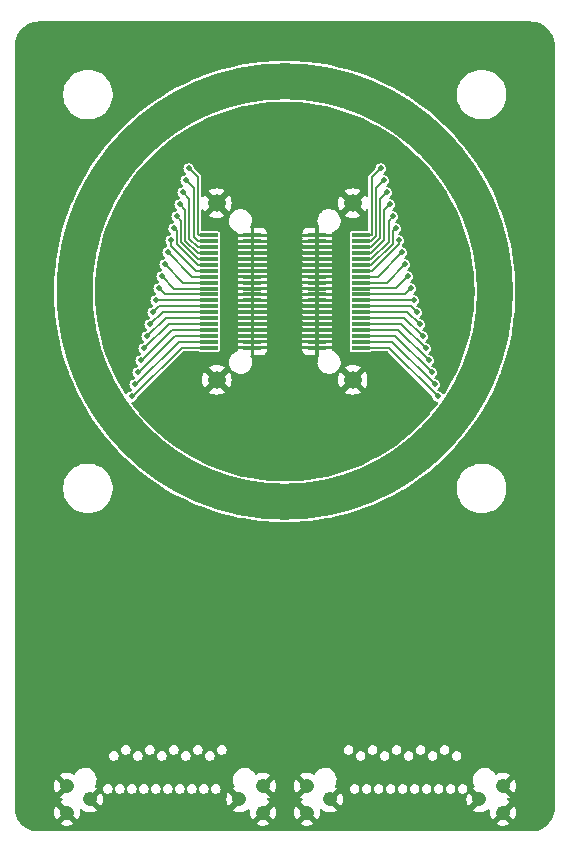
<source format=gbr>
G04 #@! TF.GenerationSoftware,KiCad,Pcbnew,7.0.10*
G04 #@! TF.CreationDate,2024-07-19T13:30:28-04:00*
G04 #@! TF.ProjectId,CanDoIt-v1,43616e44-6f49-4742-9d76-312e6b696361,rev?*
G04 #@! TF.SameCoordinates,Original*
G04 #@! TF.FileFunction,Copper,L1,Top*
G04 #@! TF.FilePolarity,Positive*
%FSLAX46Y46*%
G04 Gerber Fmt 4.6, Leading zero omitted, Abs format (unit mm)*
G04 Created by KiCad (PCBNEW 7.0.10) date 2024-07-19 13:30:28*
%MOMM*%
%LPD*%
G01*
G04 APERTURE LIST*
G04 #@! TA.AperFunction,NonConductor*
%ADD10C,3.048000*%
G04 #@! TD*
G04 #@! TA.AperFunction,SMDPad,CuDef*
%ADD11R,1.500000X0.300000*%
G04 #@! TD*
G04 #@! TA.AperFunction,ComponentPad*
%ADD12C,1.500000*%
G04 #@! TD*
G04 #@! TA.AperFunction,ComponentPad*
%ADD13C,1.208000*%
G04 #@! TD*
G04 #@! TA.AperFunction,ViaPad*
%ADD14C,0.500000*%
G04 #@! TD*
G04 #@! TA.AperFunction,Conductor*
%ADD15C,0.203200*%
G04 #@! TD*
G04 APERTURE END LIST*
D10*
X17800000Y0D02*
G75*
G03*
X-17800000Y0I-17800000J0D01*
G01*
X-17800000Y0D02*
G75*
G03*
X17800000Y0I17800000J0D01*
G01*
D11*
X6450000Y-4750000D03*
X2750000Y-4750000D03*
X6450000Y-4250000D03*
X2750000Y-4250000D03*
X6450000Y-3750000D03*
X2750000Y-3750000D03*
X6450000Y-3250000D03*
X2750000Y-3250000D03*
X6450000Y-2750000D03*
X2750000Y-2750000D03*
X6450000Y-2250000D03*
X2750000Y-2250000D03*
X6450000Y-1750000D03*
X2750000Y-1750000D03*
X6450000Y-1250000D03*
X2750000Y-1250000D03*
X6450000Y-750000D03*
X2750000Y-750000D03*
X6450000Y-250000D03*
X2750000Y-250000D03*
X6450000Y250000D03*
X2750000Y250000D03*
X6450000Y750000D03*
X2750000Y750000D03*
X6450000Y1250000D03*
X2750000Y1250000D03*
X6450000Y1750000D03*
X2750000Y1750000D03*
X6450000Y2250000D03*
X2750000Y2250000D03*
X6450000Y2750000D03*
X2750000Y2750000D03*
X6450000Y3250000D03*
X2750000Y3250000D03*
X6450000Y3750000D03*
X2750000Y3750000D03*
X6450000Y4250000D03*
X2750000Y4250000D03*
X6450000Y4750000D03*
X2750000Y4750000D03*
D12*
X5750000Y7475000D03*
X5750000Y-7475000D03*
D11*
X-6450000Y4750000D03*
X-2750000Y4750000D03*
X-6450000Y4250000D03*
X-2750000Y4250000D03*
X-6450000Y3750000D03*
X-2750000Y3750000D03*
X-6450000Y3250000D03*
X-2750000Y3250000D03*
X-6450000Y2750000D03*
X-2750000Y2750000D03*
X-6450000Y2250000D03*
X-2750000Y2250000D03*
X-6450000Y1750000D03*
X-2750000Y1750000D03*
X-6450000Y1250000D03*
X-2750000Y1250000D03*
X-6450000Y750000D03*
X-2750000Y750000D03*
X-6450000Y250000D03*
X-2750000Y250000D03*
X-6450000Y-250000D03*
X-2750000Y-250000D03*
X-6450000Y-750000D03*
X-2750000Y-750000D03*
X-6450000Y-1250000D03*
X-2750000Y-1250000D03*
X-6450000Y-1750000D03*
X-2750000Y-1750000D03*
X-6450000Y-2250000D03*
X-2750000Y-2250000D03*
X-6450000Y-2750000D03*
X-2750000Y-2750000D03*
X-6450000Y-3250000D03*
X-2750000Y-3250000D03*
X-6450000Y-3750000D03*
X-2750000Y-3750000D03*
X-6450000Y-4250000D03*
X-2750000Y-4250000D03*
X-6450000Y-4750000D03*
X-2750000Y-4750000D03*
D12*
X-5750000Y-7475000D03*
X-5750000Y7475000D03*
D13*
X18460000Y-44120000D03*
X18460000Y-41870000D03*
X16485000Y-43000000D03*
X3835000Y-43000000D03*
X1860000Y-44120000D03*
X1860000Y-41870000D03*
X-1860000Y-44120000D03*
X-1860000Y-41870000D03*
X-3835000Y-43000000D03*
X-16485000Y-43000000D03*
X-18460000Y-44120000D03*
X-18460000Y-41870000D03*
D14*
X-9398000Y5334000D03*
X-9652000Y4318000D03*
X-9906000Y3302000D03*
X-10160000Y2286000D03*
X-10414000Y1270000D03*
X-10668000Y254000D03*
X-10922000Y-762000D03*
X-11176000Y-1778000D03*
X-11430000Y-2794000D03*
X-11684000Y-3810000D03*
X-11938000Y-4826000D03*
X-12192000Y-5842000D03*
X-12446000Y-6858000D03*
X-12700000Y-7874000D03*
X-12954000Y-8890000D03*
X8128000Y10414000D03*
X8382000Y9398000D03*
X8636000Y8382000D03*
X8890000Y7366000D03*
X9144000Y6350000D03*
X9398000Y5334000D03*
X9652000Y4318000D03*
X9906000Y3302000D03*
X10160000Y2286000D03*
X10414000Y1270000D03*
X10668000Y254000D03*
X10922000Y-762000D03*
X11176000Y-1778000D03*
X11430000Y-2794000D03*
X11684000Y-3810000D03*
X-8128000Y10414000D03*
X-8382000Y9398000D03*
X-8636000Y8382000D03*
X-8890000Y7366000D03*
X-9144000Y6350000D03*
X12954000Y-8890000D03*
X12700000Y-7874000D03*
X12446000Y-6858000D03*
X12192000Y-5842000D03*
X11938000Y-4826000D03*
D15*
X-7378776Y2250000D02*
X-6414000Y2250000D01*
X-9144000Y4015224D02*
X-7378776Y2250000D01*
X-9144000Y5080000D02*
X-9144000Y4015224D01*
X-9398000Y5334000D02*
X-9144000Y5080000D01*
X-7534070Y1750000D02*
X-6414000Y1750000D01*
X-9652000Y3867930D02*
X-7534070Y1750000D01*
X-9652000Y4318000D02*
X-9652000Y3867930D01*
X-9906000Y3302000D02*
X-7854000Y1250000D01*
X-7854000Y1250000D02*
X-6414000Y1250000D01*
X-10160000Y2286000D02*
X-8624000Y750000D01*
X-8624000Y750000D02*
X-6414000Y750000D01*
X-9394000Y250000D02*
X-6414000Y250000D01*
X-10414000Y1270000D02*
X-9394000Y250000D01*
X-10164000Y-250000D02*
X-6414000Y-250000D01*
X-10668000Y254000D02*
X-10164000Y-250000D01*
X-10910000Y-750000D02*
X-6414000Y-750000D01*
X-10922000Y-762000D02*
X-10910000Y-750000D01*
X-10648000Y-1250000D02*
X-6414000Y-1250000D01*
X-11176000Y-1778000D02*
X-10648000Y-1250000D01*
X-11395236Y-2794000D02*
X-10351236Y-1750000D01*
X-10351236Y-1750000D02*
X-6414000Y-1750000D01*
X-11430000Y-2794000D02*
X-11395236Y-2794000D01*
X-11684000Y-3810000D02*
X-11649236Y-3810000D01*
X-10089236Y-2250000D02*
X-6414000Y-2250000D01*
X-11649236Y-3810000D02*
X-10089236Y-2250000D01*
X-11938000Y-4826000D02*
X-11903236Y-4826000D01*
X-9827236Y-2750000D02*
X-6414000Y-2750000D01*
X-11903236Y-4826000D02*
X-9827236Y-2750000D01*
X-12108000Y-5842000D02*
X-9516000Y-3250000D01*
X-12192000Y-5842000D02*
X-12108000Y-5842000D01*
X-9516000Y-3250000D02*
X-6414000Y-3250000D01*
X-12446000Y-6858000D02*
X-12362000Y-6858000D01*
X-9254000Y-3750000D02*
X-6414000Y-3750000D01*
X-12362000Y-6858000D02*
X-9254000Y-3750000D01*
X-12616000Y-7874000D02*
X-8992000Y-4250000D01*
X-8992000Y-4250000D02*
X-6414000Y-4250000D01*
X-12700000Y-7874000D02*
X-12616000Y-7874000D01*
X-8730000Y-4750000D02*
X-6414000Y-4750000D01*
X-12954000Y-8890000D02*
X-12870000Y-8890000D01*
X-12870000Y-8890000D02*
X-8730000Y-4750000D01*
X7366000Y9652000D02*
X7366000Y4820894D01*
X8128000Y10414000D02*
X7366000Y9652000D01*
X7295106Y4750000D02*
X5990000Y4750000D01*
X7366000Y4820894D02*
X7295106Y4750000D01*
X7721600Y4673600D02*
X7298000Y4250000D01*
X7298000Y4250000D02*
X5990000Y4250000D01*
X7721600Y8737600D02*
X7721600Y4673600D01*
X8382000Y9398000D02*
X7721600Y8737600D01*
X8077200Y4493412D02*
X7333788Y3750000D01*
X8077200Y7823200D02*
X8077200Y4493412D01*
X7333788Y3750000D02*
X5990000Y3750000D01*
X8636000Y8382000D02*
X8077200Y7823200D01*
X8432800Y6908800D02*
X8432800Y4346118D01*
X8890000Y7366000D02*
X8432800Y6908800D01*
X8432800Y4346118D02*
X7336682Y3250000D01*
X7336682Y3250000D02*
X5990000Y3250000D01*
X8788400Y5994400D02*
X8788400Y4198824D01*
X7339576Y2750000D02*
X5990000Y2750000D01*
X9144000Y6350000D02*
X8788400Y5994400D01*
X8788400Y4198824D02*
X7339576Y2750000D01*
X9398000Y5334000D02*
X9144000Y5080000D01*
X7342470Y2250000D02*
X5990000Y2250000D01*
X9144000Y4051530D02*
X7342470Y2250000D01*
X9144000Y5080000D02*
X9144000Y4051530D01*
X9652000Y4318000D02*
X9652000Y4056636D01*
X7345364Y1750000D02*
X5990000Y1750000D01*
X9652000Y4056636D02*
X7345364Y1750000D01*
X7854000Y1250000D02*
X5990000Y1250000D01*
X9906000Y3302000D02*
X7854000Y1250000D01*
X10160000Y2286000D02*
X8624000Y750000D01*
X8624000Y750000D02*
X5990000Y750000D01*
X7159764Y254000D02*
X7155764Y250000D01*
X9398000Y254000D02*
X7159764Y254000D01*
X10414000Y1270000D02*
X9398000Y254000D01*
X7155764Y250000D02*
X5990000Y250000D01*
X10668000Y254000D02*
X10164000Y-250000D01*
X10164000Y-250000D02*
X5990000Y-250000D01*
X10910000Y-750000D02*
X5990000Y-750000D01*
X10922000Y-762000D02*
X10910000Y-750000D01*
X11176000Y-1778000D02*
X10648000Y-1250000D01*
X10648000Y-1250000D02*
X5990000Y-1250000D01*
X11430000Y-2794000D02*
X10386000Y-1750000D01*
X10386000Y-1750000D02*
X5990000Y-1750000D01*
X11684000Y-3810000D02*
X10124000Y-2250000D01*
X10124000Y-2250000D02*
X5990000Y-2250000D01*
X-7366000Y4834000D02*
X-7282000Y4750000D01*
X-7282000Y4750000D02*
X-6414000Y4750000D01*
X-8128000Y10414000D02*
X-7366000Y9652000D01*
X-7366000Y9652000D02*
X-7366000Y4834000D01*
X-7367200Y4250000D02*
X-6414000Y4250000D01*
X-7721600Y4604400D02*
X-7367200Y4250000D01*
X-7721600Y8737600D02*
X-7721600Y4604400D01*
X-8382000Y9398000D02*
X-7721600Y8737600D01*
X-8636000Y8382000D02*
X-8077200Y7823200D01*
X-8077200Y4457106D02*
X-7370094Y3750000D01*
X-8077200Y7823200D02*
X-8077200Y4457106D01*
X-7370094Y3750000D02*
X-6414000Y3750000D01*
X-8890000Y7366000D02*
X-8432800Y6908800D01*
X-8432800Y6908800D02*
X-8432800Y4309812D01*
X-7372988Y3250000D02*
X-6414000Y3250000D01*
X-8432800Y4309812D02*
X-7372988Y3250000D01*
X-8788400Y5994400D02*
X-8788400Y4162518D01*
X-9144000Y6350000D02*
X-8788400Y5994400D01*
X-8788400Y4162518D02*
X-7375882Y2750000D01*
X-7375882Y2750000D02*
X-6414000Y2750000D01*
X12954000Y-8890000D02*
X8814000Y-4750000D01*
X8814000Y-4750000D02*
X5990000Y-4750000D01*
X12700000Y-7874000D02*
X9076000Y-4250000D01*
X9076000Y-4250000D02*
X5990000Y-4250000D01*
X9338000Y-3750000D02*
X5990000Y-3750000D01*
X12446000Y-6858000D02*
X9338000Y-3750000D01*
X12192000Y-5842000D02*
X9600000Y-3250000D01*
X9600000Y-3250000D02*
X5990000Y-3250000D01*
X11938000Y-4826000D02*
X9862000Y-2750000D01*
X9862000Y-2750000D02*
X5990000Y-2750000D01*
G04 #@! TA.AperFunction,Conductor*
G36*
X403197Y16067179D02*
G01*
X454556Y16064615D01*
X1198580Y16027483D01*
X1203582Y16027108D01*
X1995998Y15947815D01*
X2000975Y15947191D01*
X2788444Y15828500D01*
X2793384Y15827629D01*
X3573961Y15669831D01*
X3578851Y15668715D01*
X4350590Y15472206D01*
X4355418Y15470848D01*
X5116422Y15236110D01*
X5121177Y15234512D01*
X5869505Y14962142D01*
X5874174Y14960310D01*
X6608027Y14650966D01*
X6612600Y14648902D01*
X7330094Y14303375D01*
X7334557Y14301087D01*
X8033946Y13920219D01*
X8038290Y13917711D01*
X8717815Y13502463D01*
X8722029Y13499742D01*
X9380026Y13051126D01*
X9384099Y13048198D01*
X10018929Y12567334D01*
X10022839Y12564215D01*
X10302165Y12329832D01*
X10632890Y12052321D01*
X10636650Y12049002D01*
X11220427Y11507338D01*
X11224018Y11503836D01*
X11780075Y10933738D01*
X11783487Y10930061D01*
X12310442Y10332948D01*
X12313666Y10329105D01*
X12810182Y9706495D01*
X12813211Y9702497D01*
X13278092Y9055886D01*
X13280918Y9051741D01*
X13712990Y8382763D01*
X13715605Y8378483D01*
X14113785Y7688816D01*
X14116184Y7684411D01*
X14479503Y6975731D01*
X14481679Y6971211D01*
X14809205Y6245339D01*
X14811154Y6240717D01*
X15102108Y5499378D01*
X15103823Y5494665D01*
X15357450Y4739782D01*
X15358929Y4734989D01*
X15574620Y3968378D01*
X15575858Y3963517D01*
X15753067Y3187110D01*
X15754061Y3182193D01*
X15892352Y2397910D01*
X15893099Y2392950D01*
X15992119Y1602784D01*
X15992619Y1597793D01*
X16052133Y803639D01*
X16052383Y798629D01*
X16072237Y2508D01*
X16072237Y-2508D01*
X16052383Y-798629D01*
X16052133Y-803639D01*
X15992619Y-1597793D01*
X15992119Y-1602784D01*
X15893099Y-2392950D01*
X15892352Y-2397910D01*
X15754061Y-3182193D01*
X15753067Y-3187110D01*
X15575858Y-3963517D01*
X15574620Y-3968378D01*
X15358929Y-4734989D01*
X15357450Y-4739782D01*
X15103823Y-5494665D01*
X15102108Y-5499378D01*
X14811154Y-6240717D01*
X14809205Y-6245339D01*
X14481679Y-6971211D01*
X14479503Y-6975731D01*
X14116184Y-7684411D01*
X14113785Y-7688816D01*
X13715605Y-8378483D01*
X13712989Y-8382763D01*
X13524545Y-8674530D01*
X13476325Y-8713778D01*
X13414244Y-8717187D01*
X13362016Y-8683454D01*
X13348530Y-8661740D01*
X13339603Y-8642192D01*
X13339601Y-8642190D01*
X13339601Y-8642189D01*
X13254165Y-8543591D01*
X13144412Y-8473057D01*
X13019232Y-8436300D01*
X13019231Y-8436300D01*
X13006844Y-8436300D01*
X12947713Y-8417087D01*
X12911168Y-8366787D01*
X12911168Y-8304613D01*
X12947713Y-8254313D01*
X12952446Y-8251076D01*
X13000165Y-8220409D01*
X13085601Y-8121811D01*
X13139798Y-8003136D01*
X13158365Y-7874000D01*
X13139798Y-7744864D01*
X13085601Y-7626189D01*
X13000165Y-7527591D01*
X12890412Y-7457057D01*
X12765232Y-7420300D01*
X12765231Y-7420300D01*
X12752844Y-7420300D01*
X12693713Y-7401087D01*
X12657168Y-7350787D01*
X12657168Y-7288613D01*
X12693713Y-7238313D01*
X12698446Y-7235076D01*
X12746165Y-7204409D01*
X12831601Y-7105811D01*
X12885798Y-6987136D01*
X12904365Y-6858000D01*
X12885798Y-6728864D01*
X12831601Y-6610189D01*
X12746165Y-6511591D01*
X12636412Y-6441057D01*
X12511232Y-6404300D01*
X12511231Y-6404300D01*
X12498844Y-6404300D01*
X12439713Y-6385087D01*
X12403168Y-6334787D01*
X12403168Y-6272613D01*
X12439713Y-6222313D01*
X12444446Y-6219076D01*
X12492165Y-6188409D01*
X12577601Y-6089811D01*
X12631798Y-5971136D01*
X12650365Y-5842000D01*
X12631798Y-5712864D01*
X12577601Y-5594189D01*
X12498879Y-5503339D01*
X12492166Y-5495592D01*
X12492165Y-5495591D01*
X12382412Y-5425057D01*
X12257232Y-5388300D01*
X12257231Y-5388300D01*
X12244844Y-5388300D01*
X12185713Y-5369087D01*
X12149168Y-5318787D01*
X12149168Y-5256613D01*
X12185713Y-5206313D01*
X12190446Y-5203076D01*
X12238165Y-5172409D01*
X12323601Y-5073811D01*
X12377798Y-4955136D01*
X12396365Y-4826000D01*
X12377798Y-4696864D01*
X12323601Y-4578189D01*
X12238165Y-4479591D01*
X12128412Y-4409057D01*
X12003232Y-4372300D01*
X12003231Y-4372300D01*
X11990844Y-4372300D01*
X11931713Y-4353087D01*
X11895168Y-4302787D01*
X11895168Y-4240613D01*
X11931713Y-4190313D01*
X11936446Y-4187076D01*
X11984165Y-4156409D01*
X12069601Y-4057811D01*
X12123798Y-3939136D01*
X12142365Y-3810000D01*
X12123798Y-3680864D01*
X12069601Y-3562189D01*
X11984165Y-3463591D01*
X11874412Y-3393057D01*
X11749232Y-3356300D01*
X11749231Y-3356300D01*
X11736844Y-3356300D01*
X11677713Y-3337087D01*
X11641168Y-3286787D01*
X11641168Y-3224613D01*
X11677713Y-3174313D01*
X11682446Y-3171076D01*
X11730165Y-3140409D01*
X11815601Y-3041811D01*
X11869798Y-2923136D01*
X11888365Y-2794000D01*
X11869798Y-2664864D01*
X11815601Y-2546189D01*
X11730165Y-2447591D01*
X11620412Y-2377057D01*
X11495232Y-2340300D01*
X11495231Y-2340300D01*
X11482844Y-2340300D01*
X11423713Y-2321087D01*
X11387168Y-2270787D01*
X11387168Y-2208613D01*
X11423713Y-2158313D01*
X11428446Y-2155076D01*
X11476165Y-2124409D01*
X11561601Y-2025811D01*
X11615798Y-1907136D01*
X11634365Y-1778000D01*
X11615798Y-1648864D01*
X11561601Y-1530189D01*
X11476165Y-1431591D01*
X11366412Y-1361057D01*
X11241232Y-1324300D01*
X11241231Y-1324300D01*
X11228844Y-1324300D01*
X11169713Y-1305087D01*
X11133168Y-1254787D01*
X11133168Y-1192613D01*
X11169713Y-1142313D01*
X11174446Y-1139076D01*
X11222165Y-1108409D01*
X11307601Y-1009811D01*
X11361798Y-891136D01*
X11380365Y-762000D01*
X11361798Y-632864D01*
X11307601Y-514189D01*
X11222165Y-415591D01*
X11112412Y-345057D01*
X10987232Y-308300D01*
X10974844Y-308300D01*
X10915713Y-289087D01*
X10879168Y-238787D01*
X10879168Y-176613D01*
X10915713Y-126313D01*
X10920446Y-123076D01*
X10968165Y-92409D01*
X11053601Y6189D01*
X11107798Y124864D01*
X11126365Y254000D01*
X11107798Y383136D01*
X11053601Y501811D01*
X10968165Y600409D01*
X10858412Y670943D01*
X10733232Y707700D01*
X10720844Y707700D01*
X10661713Y726913D01*
X10625168Y777213D01*
X10625168Y839387D01*
X10661713Y889687D01*
X10666446Y892923D01*
X10714165Y923591D01*
X10799601Y1022189D01*
X10853798Y1140864D01*
X10872365Y1270000D01*
X10853798Y1399136D01*
X10799601Y1517811D01*
X10714165Y1616409D01*
X10604412Y1686943D01*
X10479232Y1723700D01*
X10466844Y1723700D01*
X10407713Y1742913D01*
X10371168Y1793213D01*
X10371168Y1855387D01*
X10407713Y1905687D01*
X10412446Y1908923D01*
X10460165Y1939591D01*
X10545601Y2038189D01*
X10599798Y2156864D01*
X10618365Y2286000D01*
X10599798Y2415136D01*
X10545601Y2533811D01*
X10460165Y2632409D01*
X10350412Y2702943D01*
X10225232Y2739700D01*
X10212844Y2739700D01*
X10153713Y2758913D01*
X10117168Y2809213D01*
X10117168Y2871387D01*
X10153713Y2921687D01*
X10158446Y2924923D01*
X10206165Y2955591D01*
X10291601Y3054189D01*
X10345798Y3172864D01*
X10364365Y3302000D01*
X10345798Y3431136D01*
X10291601Y3549811D01*
X10206165Y3648409D01*
X10096412Y3718943D01*
X9978888Y3753451D01*
X9927568Y3788544D01*
X9906674Y3847102D01*
X9913426Y3886315D01*
X9919672Y3902438D01*
X9930483Y3922948D01*
X9936124Y3931183D01*
X9937519Y3937113D01*
X9959419Y3979962D01*
X10037601Y4070189D01*
X10051215Y4100000D01*
X10091798Y4188864D01*
X10110365Y4318000D01*
X10091798Y4447136D01*
X10037601Y4565811D01*
X9952165Y4664409D01*
X9842412Y4734943D01*
X9717232Y4771700D01*
X9704844Y4771700D01*
X9645713Y4790913D01*
X9609168Y4841213D01*
X9609168Y4903387D01*
X9645713Y4953687D01*
X9650446Y4956923D01*
X9698165Y4987591D01*
X9783601Y5086189D01*
X9786201Y5091881D01*
X9823343Y5173213D01*
X9837798Y5204864D01*
X9854991Y5324445D01*
X9856365Y5333999D01*
X9856365Y5334000D01*
X9846903Y5399809D01*
X9837798Y5463136D01*
X9783601Y5581811D01*
X9698165Y5680409D01*
X9588412Y5750943D01*
X9463232Y5787700D01*
X9450844Y5787700D01*
X9391713Y5806913D01*
X9355168Y5857213D01*
X9355168Y5919387D01*
X9391713Y5969687D01*
X9396446Y5972923D01*
X9444165Y6003591D01*
X9529601Y6102189D01*
X9583798Y6220864D01*
X9602365Y6350000D01*
X9583798Y6479136D01*
X9529601Y6597811D01*
X9444165Y6696409D01*
X9334412Y6766943D01*
X9209232Y6803700D01*
X9196844Y6803700D01*
X9137713Y6822913D01*
X9101168Y6873213D01*
X9101168Y6935387D01*
X9137713Y6985687D01*
X9142446Y6988923D01*
X9190165Y7019591D01*
X9275601Y7118189D01*
X9329798Y7236864D01*
X9348365Y7366000D01*
X9329798Y7495136D01*
X9275601Y7613811D01*
X9190165Y7712409D01*
X9080412Y7782943D01*
X8955232Y7819700D01*
X8942844Y7819700D01*
X8883713Y7838913D01*
X8847168Y7889213D01*
X8847168Y7951387D01*
X8883713Y8001687D01*
X8888446Y8004923D01*
X8936165Y8035591D01*
X9021601Y8134189D01*
X9075798Y8252864D01*
X9094365Y8382000D01*
X9075798Y8511136D01*
X9021601Y8629811D01*
X8936165Y8728409D01*
X8826412Y8798943D01*
X8701232Y8835700D01*
X8688844Y8835700D01*
X8629713Y8854913D01*
X8593168Y8905213D01*
X8593168Y8967387D01*
X8629713Y9017687D01*
X8634446Y9020923D01*
X8682165Y9051591D01*
X8767601Y9150189D01*
X8821798Y9268864D01*
X8840365Y9398000D01*
X8821798Y9527136D01*
X8767601Y9645811D01*
X8682165Y9744409D01*
X8572412Y9814943D01*
X8447232Y9851700D01*
X8434844Y9851700D01*
X8375713Y9870913D01*
X8339168Y9921213D01*
X8339168Y9983387D01*
X8375713Y10033687D01*
X8380446Y10036923D01*
X8428165Y10067591D01*
X8513601Y10166189D01*
X8567798Y10284864D01*
X8586365Y10414000D01*
X8567798Y10543136D01*
X8513601Y10661811D01*
X8428165Y10760409D01*
X8318412Y10830943D01*
X8193232Y10867700D01*
X8062768Y10867700D01*
X7937588Y10830943D01*
X7827835Y10760409D01*
X7742399Y10661811D01*
X7742398Y10661809D01*
X7742397Y10661808D01*
X7688201Y10543135D01*
X7669932Y10416068D01*
X7642499Y10360273D01*
X7641491Y10359250D01*
X7196940Y9914699D01*
X7185507Y9906480D01*
X7186269Y9905473D01*
X7178830Y9899855D01*
X7178829Y9899855D01*
X7178827Y9899853D01*
X7146697Y9864608D01*
X7143488Y9861247D01*
X7130115Y9847874D01*
X7130048Y9847776D01*
X7121403Y9836862D01*
X7101932Y9815503D01*
X7101932Y9815502D01*
X7098327Y9806197D01*
X7087516Y9785687D01*
X7081876Y9777453D01*
X7081875Y9777452D01*
X7075259Y9749322D01*
X7071140Y9736020D01*
X7060700Y9709070D01*
X7060700Y9709069D01*
X7060700Y9699091D01*
X7058028Y9676058D01*
X7055743Y9666345D01*
X7055743Y9666341D01*
X7059735Y9637727D01*
X7060700Y9623828D01*
X7060700Y8075723D01*
X7041487Y8016592D01*
X6991187Y7980047D01*
X6929013Y7980047D01*
X6878713Y8016592D01*
X6868925Y8033208D01*
X6836666Y8102386D01*
X6836664Y8102389D01*
X6793124Y8164570D01*
X6233077Y7604523D01*
X6209493Y7684844D01*
X6131761Y7805798D01*
X6023100Y7899952D01*
X5892315Y7959680D01*
X5882532Y7961086D01*
X6439570Y8518125D01*
X6439571Y8518125D01*
X6377390Y8561665D01*
X6179161Y8654101D01*
X5967890Y8710711D01*
X5750002Y8729775D01*
X5749998Y8729775D01*
X5532109Y8710711D01*
X5320838Y8654101D01*
X5122618Y8561669D01*
X5122604Y8561661D01*
X5060427Y8518125D01*
X5617465Y7961086D01*
X5607685Y7959680D01*
X5476900Y7899952D01*
X5368239Y7805798D01*
X5290507Y7684844D01*
X5266922Y7604521D01*
X4706874Y8164570D01*
X4706873Y8164570D01*
X4663336Y8102391D01*
X4663329Y8102379D01*
X4570898Y7904161D01*
X4514288Y7692890D01*
X4495225Y7475001D01*
X4495225Y7474998D01*
X4514288Y7257109D01*
X4570898Y7045838D01*
X4663329Y6847619D01*
X4663336Y6847607D01*
X4706873Y6785428D01*
X4706874Y6785428D01*
X5266922Y7345476D01*
X5290507Y7265156D01*
X5368239Y7144202D01*
X5476900Y7050048D01*
X5607685Y6990320D01*
X5617466Y6988913D01*
X5060428Y6431874D01*
X5060428Y6431873D01*
X5122607Y6388336D01*
X5122619Y6388329D01*
X5320838Y6295898D01*
X5532109Y6239288D01*
X5749998Y6220225D01*
X5750002Y6220225D01*
X5967890Y6239288D01*
X6179161Y6295898D01*
X6377382Y6388330D01*
X6377390Y6388335D01*
X6439570Y6431874D01*
X5882532Y6988913D01*
X5892315Y6990320D01*
X6023100Y7050048D01*
X6131761Y7144202D01*
X6209493Y7265156D01*
X6233076Y7345475D01*
X6793124Y6785428D01*
X6836664Y6847609D01*
X6836669Y6847617D01*
X6868926Y6916791D01*
X6911329Y6962262D01*
X6972361Y6974125D01*
X7028709Y6947849D01*
X7058852Y6893470D01*
X7060700Y6874275D01*
X7060700Y5204300D01*
X7041487Y5145169D01*
X6991187Y5108624D01*
X6960100Y5103700D01*
X5679936Y5103700D01*
X5620520Y5091881D01*
X5553140Y5046860D01*
X5523057Y5001838D01*
X5508118Y4979479D01*
X5496300Y4920063D01*
X5496300Y4579935D01*
X5508296Y4519625D01*
X5508296Y4480375D01*
X5496300Y4420064D01*
X5496300Y4079935D01*
X5508296Y4019625D01*
X5508296Y3980375D01*
X5496300Y3920064D01*
X5496300Y3579935D01*
X5508296Y3519625D01*
X5508296Y3480375D01*
X5496300Y3420064D01*
X5496300Y3079935D01*
X5508296Y3019625D01*
X5508296Y2980375D01*
X5496300Y2920064D01*
X5496300Y2579935D01*
X5508296Y2519625D01*
X5508296Y2480375D01*
X5496300Y2420064D01*
X5496300Y2079935D01*
X5508296Y2019625D01*
X5508296Y1980375D01*
X5496300Y1920064D01*
X5496300Y1579935D01*
X5508296Y1519625D01*
X5508296Y1480375D01*
X5496300Y1420064D01*
X5496300Y1079935D01*
X5508296Y1019625D01*
X5508296Y980375D01*
X5496300Y920064D01*
X5496300Y579935D01*
X5508296Y519625D01*
X5508296Y480375D01*
X5496300Y420064D01*
X5496300Y79935D01*
X5508296Y19625D01*
X5508296Y-19625D01*
X5496300Y-79935D01*
X5496300Y-420064D01*
X5508296Y-480375D01*
X5508296Y-519625D01*
X5496300Y-579935D01*
X5496300Y-920064D01*
X5508296Y-980375D01*
X5508296Y-1019625D01*
X5496300Y-1079935D01*
X5496300Y-1420064D01*
X5508296Y-1480375D01*
X5508296Y-1519625D01*
X5496300Y-1579935D01*
X5496300Y-1920064D01*
X5508296Y-1980375D01*
X5508296Y-2019625D01*
X5496300Y-2079935D01*
X5496300Y-2420064D01*
X5508296Y-2480375D01*
X5508296Y-2519625D01*
X5496300Y-2579935D01*
X5496300Y-2920064D01*
X5508296Y-2980375D01*
X5508296Y-3019625D01*
X5496300Y-3079935D01*
X5496300Y-3420064D01*
X5508296Y-3480375D01*
X5508296Y-3519625D01*
X5496300Y-3579935D01*
X5496300Y-3920064D01*
X5508296Y-3980375D01*
X5508296Y-4019625D01*
X5496300Y-4079935D01*
X5496300Y-4420064D01*
X5508296Y-4480375D01*
X5508296Y-4519625D01*
X5496300Y-4579935D01*
X5496300Y-4920063D01*
X5508118Y-4979479D01*
X5508119Y-4979480D01*
X5553140Y-5046860D01*
X5620520Y-5091881D01*
X5679936Y-5103700D01*
X5679937Y-5103700D01*
X7220063Y-5103700D01*
X7220064Y-5103700D01*
X7279480Y-5091881D01*
X7301424Y-5077219D01*
X7308855Y-5072254D01*
X7364745Y-5055300D01*
X8645871Y-5055300D01*
X8705002Y-5074513D01*
X8717006Y-5084765D01*
X12467491Y-8835250D01*
X12495717Y-8890648D01*
X12495932Y-8892068D01*
X12514201Y-9019135D01*
X12568397Y-9137808D01*
X12568398Y-9137809D01*
X12568399Y-9137811D01*
X12653835Y-9236409D01*
X12763588Y-9306943D01*
X12888768Y-9343700D01*
X12888774Y-9343700D01*
X12889870Y-9343858D01*
X12890705Y-9344268D01*
X12895672Y-9345727D01*
X12895419Y-9346585D01*
X12945668Y-9371285D01*
X12974687Y-9426272D01*
X12965844Y-9487814D01*
X12957243Y-9502159D01*
X12813218Y-9702487D01*
X12810189Y-9706486D01*
X12313666Y-10329105D01*
X12310442Y-10332948D01*
X11783487Y-10930061D01*
X11780075Y-10933738D01*
X11224018Y-11503836D01*
X11220427Y-11507338D01*
X10636650Y-12049002D01*
X10632890Y-12052321D01*
X10482651Y-12178387D01*
X10022839Y-12564215D01*
X10018929Y-12567334D01*
X9384099Y-13048198D01*
X9380026Y-13051126D01*
X8722029Y-13499742D01*
X8717815Y-13502463D01*
X8038290Y-13917711D01*
X8033946Y-13920219D01*
X7334557Y-14301087D01*
X7330094Y-14303375D01*
X6612600Y-14648902D01*
X6608027Y-14650966D01*
X5874174Y-14960310D01*
X5869505Y-14962142D01*
X5121177Y-15234512D01*
X5116422Y-15236110D01*
X4355418Y-15470848D01*
X4350590Y-15472206D01*
X3578851Y-15668715D01*
X3573961Y-15669831D01*
X2793384Y-15827629D01*
X2788444Y-15828500D01*
X2000975Y-15947191D01*
X1995998Y-15947815D01*
X1203582Y-16027108D01*
X1198580Y-16027483D01*
X454556Y-16064615D01*
X403197Y-16067179D01*
X398185Y-16067304D01*
X-398185Y-16067304D01*
X-403197Y-16067179D01*
X-454556Y-16064615D01*
X-1198580Y-16027483D01*
X-1203582Y-16027108D01*
X-1995998Y-15947815D01*
X-2000975Y-15947191D01*
X-2788444Y-15828500D01*
X-2793384Y-15827629D01*
X-3573961Y-15669831D01*
X-3578851Y-15668715D01*
X-4350590Y-15472206D01*
X-4355418Y-15470848D01*
X-5116422Y-15236110D01*
X-5121177Y-15234512D01*
X-5869505Y-14962142D01*
X-5874174Y-14960310D01*
X-6608027Y-14650966D01*
X-6612600Y-14648902D01*
X-7330094Y-14303375D01*
X-7334557Y-14301087D01*
X-8033946Y-13920219D01*
X-8038290Y-13917711D01*
X-8717815Y-13502463D01*
X-8722029Y-13499742D01*
X-9380026Y-13051126D01*
X-9384099Y-13048198D01*
X-10018929Y-12567334D01*
X-10022839Y-12564215D01*
X-10482651Y-12178387D01*
X-10632890Y-12052321D01*
X-10636650Y-12049002D01*
X-11220427Y-11507338D01*
X-11224018Y-11503836D01*
X-11780075Y-10933738D01*
X-11783487Y-10930061D01*
X-12310442Y-10332948D01*
X-12313666Y-10329105D01*
X-12810189Y-9706486D01*
X-12813218Y-9702487D01*
X-12957243Y-9502159D01*
X-12976161Y-9442933D01*
X-12956653Y-9383898D01*
X-12906171Y-9347605D01*
X-12889870Y-9343858D01*
X-12888774Y-9343700D01*
X-12888768Y-9343700D01*
X-12763588Y-9306943D01*
X-12653835Y-9236409D01*
X-12568399Y-9137811D01*
X-12568398Y-9137809D01*
X-12568397Y-9137808D01*
X-12514202Y-9019136D01*
X-12510037Y-8990171D01*
X-12482603Y-8934377D01*
X-12481596Y-8933355D01*
X-11023242Y-7475001D01*
X-7004775Y-7475001D01*
X-6985711Y-7692890D01*
X-6929101Y-7904161D01*
X-6836665Y-8102390D01*
X-6793125Y-8164570D01*
X-6233077Y-7604523D01*
X-6209493Y-7684844D01*
X-6131761Y-7805798D01*
X-6023100Y-7899952D01*
X-5892315Y-7959680D01*
X-5882533Y-7961086D01*
X-6439570Y-8518125D01*
X-6439571Y-8518125D01*
X-6377390Y-8561665D01*
X-6179161Y-8654101D01*
X-5967890Y-8710711D01*
X-5750002Y-8729775D01*
X-5749998Y-8729775D01*
X-5532109Y-8710711D01*
X-5320838Y-8654101D01*
X-5122617Y-8561669D01*
X-5122609Y-8561664D01*
X-5060428Y-8518124D01*
X-5617466Y-7961086D01*
X-5607685Y-7959680D01*
X-5476900Y-7899952D01*
X-5368239Y-7805798D01*
X-5290507Y-7684844D01*
X-5266922Y-7604521D01*
X-4706874Y-8164570D01*
X-4663335Y-8102390D01*
X-4663330Y-8102382D01*
X-4570898Y-7904161D01*
X-4514288Y-7692890D01*
X-4495225Y-7475001D01*
X4495225Y-7475001D01*
X4514288Y-7692890D01*
X4570898Y-7904161D01*
X4663330Y-8102382D01*
X4663335Y-8102390D01*
X4706874Y-8164570D01*
X5266922Y-7604521D01*
X5290507Y-7684844D01*
X5368239Y-7805798D01*
X5476900Y-7899952D01*
X5607685Y-7959680D01*
X5617466Y-7961086D01*
X5060428Y-8518124D01*
X5122609Y-8561664D01*
X5122617Y-8561669D01*
X5320838Y-8654101D01*
X5532109Y-8710711D01*
X5749998Y-8729775D01*
X5750002Y-8729775D01*
X5967890Y-8710711D01*
X6179161Y-8654101D01*
X6377390Y-8561665D01*
X6439570Y-8518125D01*
X5882533Y-7961086D01*
X5892315Y-7959680D01*
X6023100Y-7899952D01*
X6131761Y-7805798D01*
X6209493Y-7684844D01*
X6233077Y-7604523D01*
X6793125Y-8164570D01*
X6836665Y-8102390D01*
X6929101Y-7904161D01*
X6985711Y-7692890D01*
X7004775Y-7475001D01*
X7004775Y-7474998D01*
X6985711Y-7257109D01*
X6929101Y-7045838D01*
X6836669Y-6847618D01*
X6836661Y-6847604D01*
X6793124Y-6785427D01*
X6233076Y-7345475D01*
X6209493Y-7265156D01*
X6131761Y-7144202D01*
X6023100Y-7050048D01*
X5892315Y-6990320D01*
X5882530Y-6988913D01*
X6439570Y-6431874D01*
X6377390Y-6388335D01*
X6377382Y-6388330D01*
X6179161Y-6295898D01*
X5967890Y-6239288D01*
X5750002Y-6220225D01*
X5749998Y-6220225D01*
X5532109Y-6239288D01*
X5320838Y-6295898D01*
X5122613Y-6388332D01*
X5122605Y-6388337D01*
X5060428Y-6431873D01*
X5060428Y-6431874D01*
X5617467Y-6988913D01*
X5607685Y-6990320D01*
X5476900Y-7050048D01*
X5368239Y-7144202D01*
X5290507Y-7265156D01*
X5266922Y-7345476D01*
X4706874Y-6785428D01*
X4706873Y-6785428D01*
X4663337Y-6847605D01*
X4663332Y-6847613D01*
X4570898Y-7045838D01*
X4514288Y-7257109D01*
X4495225Y-7474998D01*
X4495225Y-7475001D01*
X-4495225Y-7475001D01*
X-4495225Y-7474998D01*
X-4514288Y-7257109D01*
X-4570898Y-7045838D01*
X-4663332Y-6847613D01*
X-4663337Y-6847605D01*
X-4706873Y-6785428D01*
X-4706874Y-6785428D01*
X-5266922Y-7345476D01*
X-5290507Y-7265156D01*
X-5368239Y-7144202D01*
X-5476900Y-7050048D01*
X-5607685Y-6990320D01*
X-5617467Y-6988913D01*
X-5060428Y-6431874D01*
X-5060428Y-6431873D01*
X-5122607Y-6388336D01*
X-5122619Y-6388329D01*
X-5320838Y-6295898D01*
X-5532109Y-6239288D01*
X-5749998Y-6220225D01*
X-5750002Y-6220225D01*
X-5967890Y-6239288D01*
X-6179161Y-6295898D01*
X-6377379Y-6388329D01*
X-6377391Y-6388336D01*
X-6439570Y-6431873D01*
X-6439570Y-6431874D01*
X-5882530Y-6988913D01*
X-5892315Y-6990320D01*
X-6023100Y-7050048D01*
X-6131761Y-7144202D01*
X-6209493Y-7265156D01*
X-6233076Y-7345475D01*
X-6793125Y-6785427D01*
X-6836661Y-6847604D01*
X-6836669Y-6847618D01*
X-6929101Y-7045838D01*
X-6985711Y-7257109D01*
X-7004775Y-7474998D01*
X-7004775Y-7475001D01*
X-11023242Y-7475001D01*
X-9597904Y-6049663D01*
X-4729272Y-6049663D01*
X-4699230Y-6245773D01*
X-4630325Y-6431820D01*
X-4525380Y-6600189D01*
X-4388691Y-6743986D01*
X-4225854Y-6857324D01*
X-4043535Y-6935563D01*
X-3849199Y-6975500D01*
X-3849198Y-6975500D01*
X-3700526Y-6975500D01*
X-3552620Y-6960459D01*
X-3552615Y-6960458D01*
X-3412970Y-6916644D01*
X-3363322Y-6901067D01*
X-3189854Y-6804784D01*
X-3039318Y-6675553D01*
X-2980982Y-6600189D01*
X-2917879Y-6518668D01*
X-2875304Y-6431874D01*
X-2830505Y-6340544D01*
X-2805968Y-6245779D01*
X-2780775Y-6148476D01*
X-2780775Y-6148475D01*
X-2775764Y-6049663D01*
X2770728Y-6049663D01*
X2800351Y-6243041D01*
X2800770Y-6245772D01*
X2800772Y-6245779D01*
X2835869Y-6340542D01*
X2869675Y-6431820D01*
X2923808Y-6518668D01*
X2974621Y-6600190D01*
X3096933Y-6728863D01*
X3111309Y-6743986D01*
X3274146Y-6857324D01*
X3274148Y-6857325D01*
X3274150Y-6857326D01*
X3347073Y-6888619D01*
X3456465Y-6935563D01*
X3650801Y-6975500D01*
X3650802Y-6975500D01*
X3799474Y-6975500D01*
X3947379Y-6960459D01*
X3947384Y-6960458D01*
X4037380Y-6932221D01*
X4136678Y-6901067D01*
X4310146Y-6804784D01*
X4460682Y-6675553D01*
X4582122Y-6518666D01*
X4669495Y-6340544D01*
X4719224Y-6148480D01*
X4729272Y-5950337D01*
X4699230Y-5754227D01*
X4630325Y-5568180D01*
X4525380Y-5399811D01*
X4388691Y-5256014D01*
X4225854Y-5142676D01*
X4225852Y-5142675D01*
X4225849Y-5142673D01*
X4058232Y-5070743D01*
X4011469Y-5029768D01*
X3997722Y-4969133D01*
X3997881Y-4967540D01*
X4000000Y-4947834D01*
X4000000Y-4900000D01*
X2900000Y-4900000D01*
X2900000Y-5411648D01*
X2916126Y-5443298D01*
X2907084Y-5503339D01*
X2830505Y-5659455D01*
X2830504Y-5659457D01*
X2780775Y-5851523D01*
X2780775Y-5851524D01*
X2774710Y-5971136D01*
X2770728Y-6049663D01*
X-2775764Y-6049663D01*
X-2770728Y-5950339D01*
X-2770728Y-5950336D01*
X-2800770Y-5754227D01*
X-2800772Y-5754220D01*
X-2869675Y-5568180D01*
X-2869677Y-5568175D01*
X-2903616Y-5513724D01*
X-2918589Y-5453380D01*
X-2900000Y-5407522D01*
X-2900000Y-4900000D01*
X-2600000Y-4900000D01*
X-2600000Y-5400000D01*
X-1952172Y-5400000D01*
X-1892624Y-5393597D01*
X-1892619Y-5393596D01*
X-1757914Y-5343355D01*
X-1757912Y-5343354D01*
X-1642811Y-5257188D01*
X-1556645Y-5142087D01*
X-1556644Y-5142085D01*
X-1506403Y-5007380D01*
X-1506402Y-5007375D01*
X-1500000Y-4947827D01*
X-1500000Y-4900000D01*
X1500000Y-4900000D01*
X1500000Y-4947827D01*
X1506402Y-5007375D01*
X1506403Y-5007380D01*
X1556644Y-5142085D01*
X1556645Y-5142087D01*
X1642811Y-5257188D01*
X1757912Y-5343354D01*
X1757914Y-5343355D01*
X1892619Y-5393596D01*
X1892624Y-5393597D01*
X1952172Y-5400000D01*
X2600000Y-5400000D01*
X2600000Y-4900000D01*
X1500000Y-4900000D01*
X-1500000Y-4900000D01*
X-2600000Y-4900000D01*
X-2900000Y-4900000D01*
X-4000000Y-4900000D01*
X-4000000Y-4947833D01*
X-3997565Y-4970476D01*
X-4010345Y-5031323D01*
X-4056449Y-5073037D01*
X-4067472Y-5077219D01*
X-4136676Y-5098932D01*
X-4136677Y-5098932D01*
X-4136678Y-5098933D01*
X-4310146Y-5195216D01*
X-4319295Y-5203070D01*
X-4380969Y-5256016D01*
X-4460682Y-5324447D01*
X-4582122Y-5481334D01*
X-4669495Y-5659456D01*
X-4719224Y-5851520D01*
X-4729272Y-6049663D01*
X-9597904Y-6049663D01*
X-8633006Y-5084765D01*
X-8577608Y-5056539D01*
X-8561871Y-5055300D01*
X-7364745Y-5055300D01*
X-7308855Y-5072254D01*
X-7301424Y-5077219D01*
X-7279480Y-5091881D01*
X-7220064Y-5103700D01*
X-7220063Y-5103700D01*
X-5679937Y-5103700D01*
X-5679936Y-5103700D01*
X-5620520Y-5091881D01*
X-5553140Y-5046860D01*
X-5508119Y-4979480D01*
X-5508118Y-4979479D01*
X-5496300Y-4920063D01*
X-5496300Y-4579935D01*
X-5508296Y-4519625D01*
X-5508296Y-4480375D01*
X-5496300Y-4420064D01*
X-5496300Y-4400000D01*
X-4000000Y-4400000D01*
X-4000000Y-4447826D01*
X-3995546Y-4489244D01*
X-3995546Y-4510756D01*
X-4000000Y-4552173D01*
X-4000000Y-4600000D01*
X-2900000Y-4600000D01*
X-2900000Y-4400000D01*
X-2600000Y-4400000D01*
X-2600000Y-4600000D01*
X-1500000Y-4600000D01*
X-1500000Y-4552169D01*
X-1504452Y-4510752D01*
X-1504452Y-4489248D01*
X-1500000Y-4447830D01*
X-1500000Y-4400000D01*
X1500000Y-4400000D01*
X1500000Y-4447830D01*
X1504452Y-4489248D01*
X1504452Y-4510752D01*
X1500000Y-4552169D01*
X1500000Y-4600000D01*
X2600000Y-4600000D01*
X2600000Y-4400000D01*
X2900000Y-4400000D01*
X2900000Y-4600000D01*
X4000000Y-4600000D01*
X4000000Y-4552173D01*
X3995546Y-4510756D01*
X3995546Y-4489244D01*
X4000000Y-4447826D01*
X4000000Y-4400000D01*
X2900000Y-4400000D01*
X2600000Y-4400000D01*
X1500000Y-4400000D01*
X-1500000Y-4400000D01*
X-2600000Y-4400000D01*
X-2900000Y-4400000D01*
X-4000000Y-4400000D01*
X-5496300Y-4400000D01*
X-5496300Y-4079935D01*
X-5508296Y-4019625D01*
X-5508296Y-3980375D01*
X-5496300Y-3920064D01*
X-5496300Y-3900000D01*
X-4000000Y-3900000D01*
X-4000000Y-3947826D01*
X-3995546Y-3989244D01*
X-3995546Y-4010756D01*
X-4000000Y-4052173D01*
X-4000000Y-4100000D01*
X-2900000Y-4100000D01*
X-2900000Y-3900000D01*
X-2600000Y-3900000D01*
X-2600000Y-4100000D01*
X-1500000Y-4100000D01*
X-1500000Y-4052169D01*
X-1504452Y-4010752D01*
X-1504452Y-3989248D01*
X-1500000Y-3947830D01*
X-1500000Y-3900000D01*
X1500000Y-3900000D01*
X1500000Y-3947830D01*
X1504452Y-3989248D01*
X1504452Y-4010752D01*
X1500000Y-4052169D01*
X1500000Y-4100000D01*
X2600000Y-4100000D01*
X2600000Y-3900000D01*
X2900000Y-3900000D01*
X2900000Y-4100000D01*
X4000000Y-4100000D01*
X4000000Y-4052173D01*
X3995546Y-4010756D01*
X3995546Y-3989244D01*
X4000000Y-3947826D01*
X4000000Y-3900000D01*
X2900000Y-3900000D01*
X2600000Y-3900000D01*
X1500000Y-3900000D01*
X-1500000Y-3900000D01*
X-2600000Y-3900000D01*
X-2900000Y-3900000D01*
X-4000000Y-3900000D01*
X-5496300Y-3900000D01*
X-5496300Y-3579935D01*
X-5508296Y-3519625D01*
X-5508296Y-3480375D01*
X-5496300Y-3420064D01*
X-5496300Y-3400000D01*
X-4000000Y-3400000D01*
X-4000000Y-3447826D01*
X-3995546Y-3489244D01*
X-3995546Y-3510756D01*
X-4000000Y-3552173D01*
X-4000000Y-3600000D01*
X-2900000Y-3600000D01*
X-2900000Y-3400000D01*
X-2600000Y-3400000D01*
X-2600000Y-3600000D01*
X-1500000Y-3600000D01*
X-1500000Y-3552169D01*
X-1504452Y-3510752D01*
X-1504452Y-3489248D01*
X-1500000Y-3447830D01*
X-1500000Y-3400000D01*
X1500000Y-3400000D01*
X1500000Y-3447830D01*
X1504452Y-3489248D01*
X1504452Y-3510752D01*
X1500000Y-3552169D01*
X1500000Y-3600000D01*
X2600000Y-3600000D01*
X2600000Y-3400000D01*
X2900000Y-3400000D01*
X2900000Y-3600000D01*
X4000000Y-3600000D01*
X4000000Y-3552173D01*
X3995546Y-3510756D01*
X3995546Y-3489244D01*
X4000000Y-3447826D01*
X4000000Y-3400000D01*
X2900000Y-3400000D01*
X2600000Y-3400000D01*
X1500000Y-3400000D01*
X-1500000Y-3400000D01*
X-2600000Y-3400000D01*
X-2900000Y-3400000D01*
X-4000000Y-3400000D01*
X-5496300Y-3400000D01*
X-5496300Y-3079935D01*
X-5508296Y-3019625D01*
X-5508296Y-2980375D01*
X-5496300Y-2920064D01*
X-5496300Y-2900000D01*
X-4000000Y-2900000D01*
X-4000000Y-2947826D01*
X-3995546Y-2989244D01*
X-3995546Y-3010756D01*
X-4000000Y-3052173D01*
X-4000000Y-3100000D01*
X-2900000Y-3100000D01*
X-2900000Y-2900000D01*
X-2600000Y-2900000D01*
X-2600000Y-3100000D01*
X-1500000Y-3100000D01*
X-1500000Y-3052169D01*
X-1504452Y-3010752D01*
X-1504452Y-2989248D01*
X-1500000Y-2947830D01*
X-1500000Y-2900000D01*
X1500000Y-2900000D01*
X1500000Y-2947830D01*
X1504452Y-2989248D01*
X1504452Y-3010752D01*
X1500000Y-3052169D01*
X1500000Y-3100000D01*
X2600000Y-3100000D01*
X2600000Y-2900000D01*
X2900000Y-2900000D01*
X2900000Y-3100000D01*
X4000000Y-3100000D01*
X4000000Y-3052173D01*
X3995546Y-3010756D01*
X3995546Y-2989244D01*
X4000000Y-2947826D01*
X4000000Y-2900000D01*
X2900000Y-2900000D01*
X2600000Y-2900000D01*
X1500000Y-2900000D01*
X-1500000Y-2900000D01*
X-2600000Y-2900000D01*
X-2900000Y-2900000D01*
X-4000000Y-2900000D01*
X-5496300Y-2900000D01*
X-5496300Y-2579935D01*
X-5508296Y-2519625D01*
X-5508296Y-2480375D01*
X-5496300Y-2420064D01*
X-5496300Y-2400000D01*
X-4000000Y-2400000D01*
X-4000000Y-2447826D01*
X-3995546Y-2489244D01*
X-3995546Y-2510756D01*
X-4000000Y-2552173D01*
X-4000000Y-2600000D01*
X-2900000Y-2600000D01*
X-2900000Y-2400000D01*
X-2600000Y-2400000D01*
X-2600000Y-2600000D01*
X-1500000Y-2600000D01*
X-1500000Y-2552169D01*
X-1504452Y-2510752D01*
X-1504452Y-2489248D01*
X-1500000Y-2447830D01*
X-1500000Y-2400000D01*
X1500000Y-2400000D01*
X1500000Y-2447830D01*
X1504452Y-2489248D01*
X1504452Y-2510752D01*
X1500000Y-2552169D01*
X1500000Y-2600000D01*
X2600000Y-2600000D01*
X2600000Y-2400000D01*
X2900000Y-2400000D01*
X2900000Y-2600000D01*
X4000000Y-2600000D01*
X4000000Y-2552173D01*
X3995546Y-2510756D01*
X3995546Y-2489244D01*
X4000000Y-2447826D01*
X4000000Y-2400000D01*
X2900000Y-2400000D01*
X2600000Y-2400000D01*
X1500000Y-2400000D01*
X-1500000Y-2400000D01*
X-2600000Y-2400000D01*
X-2900000Y-2400000D01*
X-4000000Y-2400000D01*
X-5496300Y-2400000D01*
X-5496300Y-2079935D01*
X-5508296Y-2019625D01*
X-5508296Y-1980375D01*
X-5496300Y-1920064D01*
X-5496300Y-1900000D01*
X-4000000Y-1900000D01*
X-4000000Y-1947826D01*
X-3995546Y-1989244D01*
X-3995546Y-2010756D01*
X-4000000Y-2052173D01*
X-4000000Y-2100000D01*
X-2900000Y-2100000D01*
X-2900000Y-1900000D01*
X-2600000Y-1900000D01*
X-2600000Y-2100000D01*
X-1500000Y-2100000D01*
X-1500000Y-2052169D01*
X-1504452Y-2010752D01*
X-1504452Y-1989248D01*
X-1500000Y-1947830D01*
X-1500000Y-1900000D01*
X1500000Y-1900000D01*
X1500000Y-1947830D01*
X1504452Y-1989248D01*
X1504452Y-2010752D01*
X1500000Y-2052169D01*
X1500000Y-2100000D01*
X2600000Y-2100000D01*
X2600000Y-1900000D01*
X2900000Y-1900000D01*
X2900000Y-2100000D01*
X4000000Y-2100000D01*
X4000000Y-2052173D01*
X3995546Y-2010756D01*
X3995546Y-1989244D01*
X4000000Y-1947826D01*
X4000000Y-1900000D01*
X2900000Y-1900000D01*
X2600000Y-1900000D01*
X1500000Y-1900000D01*
X-1500000Y-1900000D01*
X-2600000Y-1900000D01*
X-2900000Y-1900000D01*
X-4000000Y-1900000D01*
X-5496300Y-1900000D01*
X-5496300Y-1579935D01*
X-5508296Y-1519625D01*
X-5508296Y-1480375D01*
X-5496300Y-1420064D01*
X-5496300Y-1400000D01*
X-4000000Y-1400000D01*
X-4000000Y-1447826D01*
X-3995546Y-1489244D01*
X-3995546Y-1510756D01*
X-4000000Y-1552173D01*
X-4000000Y-1600000D01*
X-2900000Y-1600000D01*
X-2900000Y-1400000D01*
X-2600000Y-1400000D01*
X-2600000Y-1600000D01*
X-1500000Y-1600000D01*
X-1500000Y-1552169D01*
X-1504452Y-1510752D01*
X-1504452Y-1489248D01*
X-1500000Y-1447830D01*
X-1500000Y-1400000D01*
X1500000Y-1400000D01*
X1500000Y-1447830D01*
X1504452Y-1489248D01*
X1504452Y-1510752D01*
X1500000Y-1552169D01*
X1500000Y-1600000D01*
X2600000Y-1600000D01*
X2600000Y-1400000D01*
X2900000Y-1400000D01*
X2900000Y-1600000D01*
X4000000Y-1600000D01*
X4000000Y-1552173D01*
X3995546Y-1510756D01*
X3995546Y-1489244D01*
X4000000Y-1447826D01*
X4000000Y-1400000D01*
X2900000Y-1400000D01*
X2600000Y-1400000D01*
X1500000Y-1400000D01*
X-1500000Y-1400000D01*
X-2600000Y-1400000D01*
X-2900000Y-1400000D01*
X-4000000Y-1400000D01*
X-5496300Y-1400000D01*
X-5496300Y-1079935D01*
X-5508296Y-1019625D01*
X-5508296Y-980375D01*
X-5496300Y-920064D01*
X-5496300Y-900000D01*
X-4000000Y-900000D01*
X-4000000Y-947826D01*
X-3995546Y-989244D01*
X-3995546Y-1010756D01*
X-4000000Y-1052173D01*
X-4000000Y-1100000D01*
X-2900000Y-1100000D01*
X-2900000Y-900000D01*
X-2600000Y-900000D01*
X-2600000Y-1100000D01*
X-1500000Y-1100000D01*
X-1500000Y-1052169D01*
X-1504452Y-1010752D01*
X-1504452Y-989248D01*
X-1500000Y-947830D01*
X-1500000Y-900000D01*
X1500000Y-900000D01*
X1500000Y-947830D01*
X1504452Y-989248D01*
X1504452Y-1010752D01*
X1500000Y-1052169D01*
X1500000Y-1100000D01*
X2600000Y-1100000D01*
X2600000Y-900000D01*
X2900000Y-900000D01*
X2900000Y-1100000D01*
X4000000Y-1100000D01*
X4000000Y-1052173D01*
X3995546Y-1010756D01*
X3995546Y-989244D01*
X4000000Y-947826D01*
X4000000Y-900000D01*
X2900000Y-900000D01*
X2600000Y-900000D01*
X1500000Y-900000D01*
X-1500000Y-900000D01*
X-2600000Y-900000D01*
X-2900000Y-900000D01*
X-4000000Y-900000D01*
X-5496300Y-900000D01*
X-5496300Y-579935D01*
X-5508296Y-519625D01*
X-5508296Y-480375D01*
X-5496300Y-420064D01*
X-5496300Y-400000D01*
X-4000000Y-400000D01*
X-4000000Y-447826D01*
X-3995546Y-489244D01*
X-3995546Y-510756D01*
X-4000000Y-552173D01*
X-4000000Y-600000D01*
X-2900000Y-600000D01*
X-2900000Y-400000D01*
X-2600000Y-400000D01*
X-2600000Y-600000D01*
X-1500000Y-600000D01*
X-1500000Y-552169D01*
X-1504452Y-510752D01*
X-1504452Y-489248D01*
X-1500000Y-447830D01*
X-1500000Y-400000D01*
X1500000Y-400000D01*
X1500000Y-447830D01*
X1504452Y-489248D01*
X1504452Y-510752D01*
X1500000Y-552169D01*
X1500000Y-600000D01*
X2600000Y-600000D01*
X2600000Y-400000D01*
X2900000Y-400000D01*
X2900000Y-600000D01*
X4000000Y-600000D01*
X4000000Y-552173D01*
X3995546Y-510756D01*
X3995546Y-489244D01*
X4000000Y-447826D01*
X4000000Y-400000D01*
X2900000Y-400000D01*
X2600000Y-400000D01*
X1500000Y-400000D01*
X-1500000Y-400000D01*
X-2600000Y-400000D01*
X-2900000Y-400000D01*
X-4000000Y-400000D01*
X-5496300Y-400000D01*
X-5496300Y-79935D01*
X-5508296Y-19625D01*
X-5508296Y19625D01*
X-5496300Y79935D01*
X-5496300Y100000D01*
X-4000000Y100000D01*
X-4000000Y52173D01*
X-3995546Y10756D01*
X-3995546Y-10756D01*
X-4000000Y-52173D01*
X-4000000Y-100000D01*
X-2900000Y-100000D01*
X-2900000Y100000D01*
X-2600000Y100000D01*
X-2600000Y-100000D01*
X-1500000Y-100000D01*
X-1500000Y-52169D01*
X-1504452Y-10752D01*
X-1504452Y10752D01*
X-1500000Y52169D01*
X-1500000Y100000D01*
X1500000Y100000D01*
X1500000Y52169D01*
X1504452Y10752D01*
X1504452Y-10752D01*
X1500000Y-52169D01*
X1500000Y-100000D01*
X2600000Y-100000D01*
X2600000Y100000D01*
X2900000Y100000D01*
X2900000Y-100000D01*
X4000000Y-100000D01*
X4000000Y-52173D01*
X3995546Y-10756D01*
X3995546Y10756D01*
X4000000Y52173D01*
X4000000Y100000D01*
X2900000Y100000D01*
X2600000Y100000D01*
X1500000Y100000D01*
X-1500000Y100000D01*
X-2600000Y100000D01*
X-2900000Y100000D01*
X-4000000Y100000D01*
X-5496300Y100000D01*
X-5496300Y420064D01*
X-5508296Y480375D01*
X-5508296Y519625D01*
X-5496300Y579935D01*
X-5496300Y600000D01*
X-4000000Y600000D01*
X-4000000Y552173D01*
X-3995546Y510756D01*
X-3995546Y489244D01*
X-4000000Y447826D01*
X-4000000Y400000D01*
X-2900000Y400000D01*
X-2900000Y600000D01*
X-2600000Y600000D01*
X-2600000Y400000D01*
X-1500000Y400000D01*
X-1500000Y447830D01*
X-1504452Y489248D01*
X-1504452Y510752D01*
X-1500000Y552169D01*
X-1500000Y600000D01*
X1500000Y600000D01*
X1500000Y552169D01*
X1504452Y510752D01*
X1504452Y489248D01*
X1500000Y447830D01*
X1500000Y400000D01*
X2600000Y400000D01*
X2600000Y600000D01*
X2900000Y600000D01*
X2900000Y400000D01*
X4000000Y400000D01*
X4000000Y447826D01*
X3995546Y489244D01*
X3995546Y510756D01*
X4000000Y552173D01*
X4000000Y600000D01*
X2900000Y600000D01*
X2600000Y600000D01*
X1500000Y600000D01*
X-1500000Y600000D01*
X-2600000Y600000D01*
X-2900000Y600000D01*
X-4000000Y600000D01*
X-5496300Y600000D01*
X-5496300Y920064D01*
X-5508296Y980375D01*
X-5508296Y1019625D01*
X-5496300Y1079935D01*
X-5496300Y1100000D01*
X-4000000Y1100000D01*
X-4000000Y1052173D01*
X-3995546Y1010756D01*
X-3995546Y989244D01*
X-4000000Y947826D01*
X-4000000Y900000D01*
X-2900000Y900000D01*
X-2900000Y1100000D01*
X-2600000Y1100000D01*
X-2600000Y900000D01*
X-1500000Y900000D01*
X-1500000Y947830D01*
X-1504452Y989248D01*
X-1504452Y1010752D01*
X-1500000Y1052169D01*
X-1500000Y1100000D01*
X1500000Y1100000D01*
X1500000Y1052169D01*
X1504452Y1010752D01*
X1504452Y989248D01*
X1500000Y947830D01*
X1500000Y900000D01*
X2600000Y900000D01*
X2600000Y1100000D01*
X2900000Y1100000D01*
X2900000Y900000D01*
X4000000Y900000D01*
X4000000Y947826D01*
X3995546Y989244D01*
X3995546Y1010756D01*
X4000000Y1052173D01*
X4000000Y1100000D01*
X2900000Y1100000D01*
X2600000Y1100000D01*
X1500000Y1100000D01*
X-1500000Y1100000D01*
X-2600000Y1100000D01*
X-2900000Y1100000D01*
X-4000000Y1100000D01*
X-5496300Y1100000D01*
X-5496300Y1420064D01*
X-5508296Y1480375D01*
X-5508296Y1519625D01*
X-5496300Y1579935D01*
X-5496300Y1600000D01*
X-4000000Y1600000D01*
X-4000000Y1552173D01*
X-3995546Y1510756D01*
X-3995546Y1489244D01*
X-4000000Y1447826D01*
X-4000000Y1400000D01*
X-2900000Y1400000D01*
X-2900000Y1600000D01*
X-2600000Y1600000D01*
X-2600000Y1400000D01*
X-1500000Y1400000D01*
X-1500000Y1447830D01*
X-1504452Y1489248D01*
X-1504452Y1510752D01*
X-1500000Y1552169D01*
X-1500000Y1600000D01*
X1500000Y1600000D01*
X1500000Y1552169D01*
X1504452Y1510752D01*
X1504452Y1489248D01*
X1500000Y1447830D01*
X1500000Y1400000D01*
X2600000Y1400000D01*
X2600000Y1600000D01*
X2900000Y1600000D01*
X2900000Y1400000D01*
X4000000Y1400000D01*
X4000000Y1447826D01*
X3995546Y1489244D01*
X3995546Y1510756D01*
X4000000Y1552173D01*
X4000000Y1600000D01*
X2900000Y1600000D01*
X2600000Y1600000D01*
X1500000Y1600000D01*
X-1500000Y1600000D01*
X-2600000Y1600000D01*
X-2900000Y1600000D01*
X-4000000Y1600000D01*
X-5496300Y1600000D01*
X-5496300Y1920064D01*
X-5508296Y1980375D01*
X-5508296Y2019625D01*
X-5496300Y2079935D01*
X-5496300Y2100000D01*
X-4000000Y2100000D01*
X-4000000Y2052173D01*
X-3995546Y2010756D01*
X-3995546Y1989244D01*
X-4000000Y1947826D01*
X-4000000Y1900000D01*
X-2900000Y1900000D01*
X-2900000Y2100000D01*
X-2600000Y2100000D01*
X-2600000Y1900000D01*
X-1500000Y1900000D01*
X-1500000Y1947830D01*
X-1504452Y1989248D01*
X-1504452Y2010752D01*
X-1500000Y2052169D01*
X-1500000Y2100000D01*
X1500000Y2100000D01*
X1500000Y2052169D01*
X1504452Y2010752D01*
X1504452Y1989248D01*
X1500000Y1947830D01*
X1500000Y1900000D01*
X2600000Y1900000D01*
X2600000Y2100000D01*
X2900000Y2100000D01*
X2900000Y1900000D01*
X4000000Y1900000D01*
X4000000Y1947826D01*
X3995546Y1989244D01*
X3995546Y2010756D01*
X4000000Y2052173D01*
X4000000Y2100000D01*
X2900000Y2100000D01*
X2600000Y2100000D01*
X1500000Y2100000D01*
X-1500000Y2100000D01*
X-2600000Y2100000D01*
X-2900000Y2100000D01*
X-4000000Y2100000D01*
X-5496300Y2100000D01*
X-5496300Y2420064D01*
X-5508296Y2480375D01*
X-5508296Y2519625D01*
X-5496300Y2579935D01*
X-5496300Y2600000D01*
X-4000000Y2600000D01*
X-4000000Y2552173D01*
X-3995546Y2510756D01*
X-3995546Y2489244D01*
X-4000000Y2447826D01*
X-4000000Y2400000D01*
X-2900000Y2400000D01*
X-2900000Y2600000D01*
X-2600000Y2600000D01*
X-2600000Y2400000D01*
X-1500000Y2400000D01*
X-1500000Y2447830D01*
X-1504452Y2489248D01*
X-1504452Y2510752D01*
X-1500000Y2552169D01*
X-1500000Y2600000D01*
X1500000Y2600000D01*
X1500000Y2552169D01*
X1504452Y2510752D01*
X1504452Y2489248D01*
X1500000Y2447830D01*
X1500000Y2400000D01*
X2600000Y2400000D01*
X2600000Y2600000D01*
X2900000Y2600000D01*
X2900000Y2400000D01*
X4000000Y2400000D01*
X4000000Y2447826D01*
X3995546Y2489244D01*
X3995546Y2510756D01*
X4000000Y2552173D01*
X4000000Y2600000D01*
X2900000Y2600000D01*
X2600000Y2600000D01*
X1500000Y2600000D01*
X-1500000Y2600000D01*
X-2600000Y2600000D01*
X-2900000Y2600000D01*
X-4000000Y2600000D01*
X-5496300Y2600000D01*
X-5496300Y2920064D01*
X-5508296Y2980375D01*
X-5508296Y3019625D01*
X-5496300Y3079935D01*
X-5496300Y3100000D01*
X-4000000Y3100000D01*
X-4000000Y3052173D01*
X-3995546Y3010756D01*
X-3995546Y2989244D01*
X-4000000Y2947826D01*
X-4000000Y2900000D01*
X-2900000Y2900000D01*
X-2900000Y3100000D01*
X-2600000Y3100000D01*
X-2600000Y2900000D01*
X-1500000Y2900000D01*
X-1500000Y2947830D01*
X-1504452Y2989248D01*
X-1504452Y3010752D01*
X-1500000Y3052169D01*
X-1500000Y3100000D01*
X1500000Y3100000D01*
X1500000Y3052169D01*
X1504452Y3010752D01*
X1504452Y2989248D01*
X1500000Y2947830D01*
X1500000Y2900000D01*
X2600000Y2900000D01*
X2600000Y3100000D01*
X2900000Y3100000D01*
X2900000Y2900000D01*
X4000000Y2900000D01*
X4000000Y2947826D01*
X3995546Y2989244D01*
X3995546Y3010756D01*
X4000000Y3052173D01*
X4000000Y3100000D01*
X2900000Y3100000D01*
X2600000Y3100000D01*
X1500000Y3100000D01*
X-1500000Y3100000D01*
X-2600000Y3100000D01*
X-2900000Y3100000D01*
X-4000000Y3100000D01*
X-5496300Y3100000D01*
X-5496300Y3420064D01*
X-5508296Y3480375D01*
X-5508296Y3519625D01*
X-5496300Y3579935D01*
X-5496300Y3600000D01*
X-4000000Y3600000D01*
X-4000000Y3552173D01*
X-3995546Y3510756D01*
X-3995546Y3489244D01*
X-4000000Y3447826D01*
X-4000000Y3400000D01*
X-2900000Y3400000D01*
X-2900000Y3600000D01*
X-2600000Y3600000D01*
X-2600000Y3400000D01*
X-1500000Y3400000D01*
X-1500000Y3447830D01*
X-1504452Y3489248D01*
X-1504452Y3510752D01*
X-1500000Y3552169D01*
X-1500000Y3600000D01*
X1500000Y3600000D01*
X1500000Y3552169D01*
X1504452Y3510752D01*
X1504452Y3489248D01*
X1500000Y3447830D01*
X1500000Y3400000D01*
X2600000Y3400000D01*
X2600000Y3600000D01*
X2900000Y3600000D01*
X2900000Y3400000D01*
X4000000Y3400000D01*
X4000000Y3447826D01*
X3995546Y3489244D01*
X3995546Y3510756D01*
X4000000Y3552173D01*
X4000000Y3600000D01*
X2900000Y3600000D01*
X2600000Y3600000D01*
X1500000Y3600000D01*
X-1500000Y3600000D01*
X-2600000Y3600000D01*
X-2900000Y3600000D01*
X-4000000Y3600000D01*
X-5496300Y3600000D01*
X-5496300Y3920064D01*
X-5508296Y3980375D01*
X-5508296Y4019625D01*
X-5496300Y4079935D01*
X-5496300Y4100000D01*
X-4000000Y4100000D01*
X-4000000Y4052173D01*
X-3995546Y4010756D01*
X-3995546Y3989244D01*
X-4000000Y3947826D01*
X-4000000Y3900000D01*
X-2900000Y3900000D01*
X-2900000Y4100000D01*
X-2600000Y4100000D01*
X-2600000Y3900000D01*
X-1500000Y3900000D01*
X-1500000Y3947830D01*
X-1504452Y3989248D01*
X-1504452Y4010752D01*
X-1500000Y4052169D01*
X-1500000Y4100000D01*
X1500000Y4100000D01*
X1500000Y4052169D01*
X1504452Y4010752D01*
X1504452Y3989248D01*
X1500000Y3947830D01*
X1500000Y3900000D01*
X2600000Y3900000D01*
X2600000Y4100000D01*
X2900000Y4100000D01*
X2900000Y3900000D01*
X4000000Y3900000D01*
X4000000Y3947826D01*
X3995546Y3989244D01*
X3995546Y4010756D01*
X4000000Y4052173D01*
X4000000Y4100000D01*
X2900000Y4100000D01*
X2600000Y4100000D01*
X1500000Y4100000D01*
X-1500000Y4100000D01*
X-2600000Y4100000D01*
X-2900000Y4100000D01*
X-4000000Y4100000D01*
X-5496300Y4100000D01*
X-5496300Y4420064D01*
X-5508296Y4480375D01*
X-5508296Y4519625D01*
X-5496300Y4579935D01*
X-5496300Y4600000D01*
X-4000000Y4600000D01*
X-4000000Y4552173D01*
X-3995546Y4510756D01*
X-3995546Y4489244D01*
X-4000000Y4447826D01*
X-4000000Y4400000D01*
X-2900000Y4400000D01*
X-2900000Y4600000D01*
X-2600000Y4600000D01*
X-2600000Y4400000D01*
X-1500000Y4400000D01*
X-1500000Y4447830D01*
X-1504452Y4489248D01*
X-1504452Y4510752D01*
X-1500000Y4552169D01*
X-1500000Y4600000D01*
X1500000Y4600000D01*
X1500000Y4552169D01*
X1504452Y4510752D01*
X1504452Y4489248D01*
X1500000Y4447830D01*
X1500000Y4400000D01*
X2600000Y4400000D01*
X2600000Y4600000D01*
X2900000Y4600000D01*
X2900000Y4400000D01*
X4000000Y4400000D01*
X4000000Y4447826D01*
X3995546Y4489244D01*
X3995546Y4510756D01*
X4000000Y4552173D01*
X4000000Y4600000D01*
X2900000Y4600000D01*
X2600000Y4600000D01*
X1500000Y4600000D01*
X-1500000Y4600000D01*
X-2600000Y4600000D01*
X-2900000Y4600000D01*
X-4000000Y4600000D01*
X-5496300Y4600000D01*
X-5496300Y4920063D01*
X-5508118Y4979479D01*
X-5523057Y5001838D01*
X-5553140Y5046860D01*
X-5620520Y5091881D01*
X-5679936Y5103700D01*
X-5679937Y5103700D01*
X-6960100Y5103700D01*
X-7019231Y5122913D01*
X-7055776Y5173213D01*
X-7060700Y5204300D01*
X-7060700Y5950337D01*
X-4729272Y5950337D01*
X-4699230Y5754227D01*
X-4630325Y5568180D01*
X-4525380Y5399811D01*
X-4388691Y5256014D01*
X-4225854Y5142676D01*
X-4225852Y5142675D01*
X-4225849Y5142673D01*
X-4058232Y5070743D01*
X-4011469Y5029768D01*
X-3997722Y4969133D01*
X-3997881Y4967540D01*
X-4000000Y4947834D01*
X-4000000Y4900000D01*
X-2900000Y4900000D01*
X-2900000Y5400000D01*
X-2600000Y5400000D01*
X-2600000Y4900000D01*
X-1500000Y4900000D01*
X1500000Y4900000D01*
X2600000Y4900000D01*
X2600000Y5400000D01*
X1952172Y5400000D01*
X1892624Y5393597D01*
X1892619Y5393596D01*
X1757914Y5343355D01*
X1757912Y5343354D01*
X1642811Y5257188D01*
X1556645Y5142087D01*
X1556644Y5142085D01*
X1506403Y5007380D01*
X1506402Y5007375D01*
X1500000Y4947827D01*
X1500000Y4900000D01*
X-1500000Y4900000D01*
X-1500000Y4947827D01*
X-1506402Y5007375D01*
X-1506403Y5007380D01*
X-1556644Y5142085D01*
X-1556645Y5142087D01*
X-1642811Y5257188D01*
X-1757912Y5343354D01*
X-1757914Y5343355D01*
X-1892619Y5393596D01*
X-1892624Y5393597D01*
X-1952172Y5400000D01*
X-2600000Y5400000D01*
X-2900000Y5400000D01*
X-2900000Y5411648D01*
X-2916126Y5443298D01*
X-2907084Y5503339D01*
X-2830505Y5659455D01*
X-2830504Y5659457D01*
X-2780775Y5851523D01*
X-2780775Y5851524D01*
X-2775764Y5950337D01*
X2770728Y5950337D01*
X2785866Y5851520D01*
X2800770Y5754227D01*
X2800772Y5754220D01*
X2869675Y5568180D01*
X2869677Y5568175D01*
X2903616Y5513724D01*
X2918589Y5453380D01*
X2900000Y5407522D01*
X2900000Y4900000D01*
X4000000Y4900000D01*
X4000000Y4947833D01*
X3997565Y4970476D01*
X4010345Y5031323D01*
X4056449Y5073037D01*
X4067472Y5077219D01*
X4136676Y5098932D01*
X4179882Y5122913D01*
X4310146Y5195216D01*
X4380967Y5256014D01*
X4460680Y5324445D01*
X4468076Y5333999D01*
X4582122Y5481334D01*
X4669495Y5659456D01*
X4719224Y5851520D01*
X4729272Y6049663D01*
X4699230Y6245773D01*
X4630325Y6431820D01*
X4525380Y6600189D01*
X4388691Y6743986D01*
X4225854Y6857324D01*
X4043535Y6935563D01*
X3849199Y6975500D01*
X3700527Y6975500D01*
X3700526Y6975500D01*
X3552620Y6960459D01*
X3552615Y6960458D01*
X3413439Y6916791D01*
X3363322Y6901067D01*
X3189854Y6804784D01*
X3119033Y6743986D01*
X3039319Y6675554D01*
X2917879Y6518668D01*
X2917878Y6518666D01*
X2875304Y6431873D01*
X2830505Y6340544D01*
X2830504Y6340542D01*
X2780775Y6148476D01*
X2780775Y6148475D01*
X2771874Y5972930D01*
X2770728Y5950337D01*
X-2775764Y5950337D01*
X-2770728Y6049660D01*
X-2770728Y6049663D01*
X-2799777Y6239288D01*
X-2800770Y6245773D01*
X-2869675Y6431820D01*
X-2974620Y6600189D01*
X-3111309Y6743986D01*
X-3274146Y6857324D01*
X-3274148Y6857325D01*
X-3274150Y6857326D01*
X-3347073Y6888619D01*
X-3456465Y6935563D01*
X-3650801Y6975500D01*
X-3799473Y6975500D01*
X-3799474Y6975500D01*
X-3947379Y6960459D01*
X-3947384Y6960458D01*
X-4026730Y6935563D01*
X-4136678Y6901067D01*
X-4310146Y6804784D01*
X-4460682Y6675553D01*
X-4582122Y6518666D01*
X-4669495Y6340544D01*
X-4719224Y6148480D01*
X-4729272Y5950337D01*
X-7060700Y5950337D01*
X-7060700Y6874275D01*
X-7041487Y6933406D01*
X-6991187Y6969951D01*
X-6929013Y6969951D01*
X-6878713Y6933406D01*
X-6868926Y6916791D01*
X-6836669Y6847617D01*
X-6836664Y6847609D01*
X-6793124Y6785428D01*
X-6233076Y7345475D01*
X-6209493Y7265156D01*
X-6131761Y7144202D01*
X-6023100Y7050048D01*
X-5892315Y6990320D01*
X-5882532Y6988913D01*
X-6439570Y6431874D01*
X-6377390Y6388335D01*
X-6377382Y6388330D01*
X-6179161Y6295898D01*
X-5967890Y6239288D01*
X-5750002Y6220225D01*
X-5749998Y6220225D01*
X-5532109Y6239288D01*
X-5320838Y6295898D01*
X-5122619Y6388329D01*
X-5122607Y6388336D01*
X-5060428Y6431873D01*
X-5060428Y6431874D01*
X-5617466Y6988913D01*
X-5607685Y6990320D01*
X-5476900Y7050048D01*
X-5368239Y7144202D01*
X-5290507Y7265156D01*
X-5266922Y7345476D01*
X-4706874Y6785428D01*
X-4706873Y6785428D01*
X-4663336Y6847607D01*
X-4663329Y6847619D01*
X-4570898Y7045838D01*
X-4514288Y7257109D01*
X-4495225Y7474998D01*
X-4495225Y7475001D01*
X-4514288Y7692890D01*
X-4570898Y7904161D01*
X-4663329Y8102379D01*
X-4663336Y8102391D01*
X-4706873Y8164570D01*
X-4706874Y8164570D01*
X-5266922Y7604521D01*
X-5290507Y7684844D01*
X-5368239Y7805798D01*
X-5476900Y7899952D01*
X-5607685Y7959680D01*
X-5617465Y7961086D01*
X-5060428Y8518124D01*
X-5122609Y8561664D01*
X-5122617Y8561669D01*
X-5320838Y8654101D01*
X-5532109Y8710711D01*
X-5749998Y8729775D01*
X-5750002Y8729775D01*
X-5967890Y8710711D01*
X-6179161Y8654101D01*
X-6377381Y8561669D01*
X-6377389Y8561664D01*
X-6439570Y8518124D01*
X-5882532Y7961086D01*
X-5892315Y7959680D01*
X-6023100Y7899952D01*
X-6131761Y7805798D01*
X-6209493Y7684844D01*
X-6233077Y7604523D01*
X-6793124Y8164570D01*
X-6836664Y8102389D01*
X-6836666Y8102386D01*
X-6868925Y8033208D01*
X-6911328Y7987736D01*
X-6972360Y7975873D01*
X-7028709Y8002149D01*
X-7058852Y8056528D01*
X-7060700Y8075723D01*
X-7060700Y9585788D01*
X-7058444Y9599686D01*
X-7059678Y9599858D01*
X-7058390Y9609090D01*
X-7060593Y9656744D01*
X-7060700Y9661389D01*
X-7060700Y9680286D01*
X-7060702Y9680303D01*
X-7060721Y9680405D01*
X-7062324Y9694228D01*
X-7063660Y9723105D01*
X-7063660Y9723108D01*
X-7067693Y9732240D01*
X-7074552Y9754390D01*
X-7076384Y9764194D01*
X-7076386Y9764199D01*
X-7091599Y9788770D01*
X-7098093Y9801090D01*
X-7109766Y9827525D01*
X-7116823Y9834582D01*
X-7131219Y9852757D01*
X-7136472Y9861241D01*
X-7138654Y9862889D01*
X-7159534Y9878656D01*
X-7170042Y9887801D01*
X-7641491Y10359250D01*
X-7669717Y10414648D01*
X-7669932Y10416068D01*
X-7688201Y10543135D01*
X-7742397Y10661808D01*
X-7742398Y10661809D01*
X-7742399Y10661811D01*
X-7827835Y10760409D01*
X-7937588Y10830943D01*
X-8062768Y10867700D01*
X-8193232Y10867700D01*
X-8318412Y10830943D01*
X-8428165Y10760409D01*
X-8513601Y10661811D01*
X-8567798Y10543136D01*
X-8586365Y10414000D01*
X-8567798Y10284864D01*
X-8513601Y10166189D01*
X-8428165Y10067591D01*
X-8380454Y10036929D01*
X-8341098Y9988798D01*
X-8337549Y9926725D01*
X-8371163Y9874421D01*
X-8429101Y9851864D01*
X-8434844Y9851700D01*
X-8447232Y9851700D01*
X-8572412Y9814943D01*
X-8682165Y9744409D01*
X-8767601Y9645811D01*
X-8821798Y9527136D01*
X-8840365Y9398000D01*
X-8821798Y9268864D01*
X-8767601Y9150189D01*
X-8682165Y9051591D01*
X-8634454Y9020929D01*
X-8595098Y8972798D01*
X-8591549Y8910725D01*
X-8625163Y8858421D01*
X-8683101Y8835864D01*
X-8688844Y8835700D01*
X-8701232Y8835700D01*
X-8826412Y8798943D01*
X-8936165Y8728409D01*
X-9021601Y8629811D01*
X-9075798Y8511136D01*
X-9094365Y8382000D01*
X-9075798Y8252864D01*
X-9021601Y8134189D01*
X-8936165Y8035591D01*
X-8888454Y8004929D01*
X-8849098Y7956798D01*
X-8845549Y7894725D01*
X-8879163Y7842421D01*
X-8937101Y7819864D01*
X-8942844Y7819700D01*
X-8955232Y7819700D01*
X-9080412Y7782943D01*
X-9190165Y7712409D01*
X-9275601Y7613811D01*
X-9329798Y7495136D01*
X-9348365Y7366000D01*
X-9329798Y7236864D01*
X-9275601Y7118189D01*
X-9190165Y7019591D01*
X-9142454Y6988929D01*
X-9103098Y6940798D01*
X-9099549Y6878725D01*
X-9133163Y6826421D01*
X-9191101Y6803864D01*
X-9196844Y6803700D01*
X-9209232Y6803700D01*
X-9334412Y6766943D01*
X-9444165Y6696409D01*
X-9529601Y6597811D01*
X-9583798Y6479136D01*
X-9602365Y6350000D01*
X-9583798Y6220864D01*
X-9529601Y6102189D01*
X-9444165Y6003591D01*
X-9396454Y5972929D01*
X-9357098Y5924798D01*
X-9353549Y5862725D01*
X-9387163Y5810421D01*
X-9445101Y5787864D01*
X-9450844Y5787700D01*
X-9463232Y5787700D01*
X-9588412Y5750943D01*
X-9698165Y5680409D01*
X-9783601Y5581811D01*
X-9837798Y5463136D01*
X-9846903Y5399809D01*
X-9856365Y5334000D01*
X-9856365Y5333999D01*
X-9854991Y5324445D01*
X-9837798Y5204864D01*
X-9823343Y5173213D01*
X-9786201Y5091881D01*
X-9783601Y5086189D01*
X-9698165Y4987591D01*
X-9650454Y4956929D01*
X-9611098Y4908798D01*
X-9607549Y4846725D01*
X-9641163Y4794421D01*
X-9699101Y4771864D01*
X-9704844Y4771700D01*
X-9717232Y4771700D01*
X-9842412Y4734943D01*
X-9952165Y4664409D01*
X-10037601Y4565811D01*
X-10091798Y4447136D01*
X-10110365Y4318000D01*
X-10091798Y4188864D01*
X-10037601Y4070189D01*
X-9981870Y4005872D01*
X-9957669Y3948604D01*
X-9957300Y3939995D01*
X-9957300Y3934141D01*
X-9959567Y3920244D01*
X-9958322Y3920071D01*
X-9959608Y3910844D01*
X-9959610Y3910840D01*
X-9958791Y3893132D01*
X-9957407Y3863193D01*
X-9957300Y3858548D01*
X-9957300Y3835098D01*
X-9976513Y3775967D01*
X-10026813Y3739422D01*
X-10029522Y3738583D01*
X-10096412Y3718943D01*
X-10206165Y3648409D01*
X-10291601Y3549811D01*
X-10345798Y3431136D01*
X-10364365Y3302000D01*
X-10345798Y3172864D01*
X-10291601Y3054189D01*
X-10206165Y2955591D01*
X-10158454Y2924929D01*
X-10119098Y2876798D01*
X-10115549Y2814725D01*
X-10149163Y2762421D01*
X-10207101Y2739864D01*
X-10212844Y2739700D01*
X-10225232Y2739700D01*
X-10350412Y2702943D01*
X-10460165Y2632409D01*
X-10545601Y2533811D01*
X-10599798Y2415136D01*
X-10618365Y2286000D01*
X-10599798Y2156864D01*
X-10545601Y2038189D01*
X-10460165Y1939591D01*
X-10412454Y1908929D01*
X-10373098Y1860798D01*
X-10369549Y1798725D01*
X-10403163Y1746421D01*
X-10461101Y1723864D01*
X-10466844Y1723700D01*
X-10479232Y1723700D01*
X-10604412Y1686943D01*
X-10714165Y1616409D01*
X-10799601Y1517811D01*
X-10853798Y1399136D01*
X-10872365Y1270000D01*
X-10853798Y1140864D01*
X-10799601Y1022189D01*
X-10714165Y923591D01*
X-10666454Y892929D01*
X-10627098Y844798D01*
X-10623549Y782725D01*
X-10657163Y730421D01*
X-10715101Y707864D01*
X-10720844Y707700D01*
X-10733232Y707700D01*
X-10858412Y670943D01*
X-10968165Y600409D01*
X-11053601Y501811D01*
X-11107798Y383136D01*
X-11126365Y254000D01*
X-11107798Y124864D01*
X-11053601Y6189D01*
X-10968165Y-92409D01*
X-10920454Y-123070D01*
X-10881098Y-171202D01*
X-10877549Y-233275D01*
X-10911163Y-285579D01*
X-10969101Y-308136D01*
X-10974844Y-308300D01*
X-10987232Y-308300D01*
X-11112412Y-345057D01*
X-11222165Y-415591D01*
X-11307601Y-514189D01*
X-11361798Y-632864D01*
X-11380365Y-762000D01*
X-11361798Y-891136D01*
X-11307601Y-1009811D01*
X-11222165Y-1108409D01*
X-11174454Y-1139070D01*
X-11135098Y-1187202D01*
X-11131549Y-1249275D01*
X-11165163Y-1301579D01*
X-11223101Y-1324136D01*
X-11228844Y-1324300D01*
X-11241232Y-1324300D01*
X-11366412Y-1361057D01*
X-11476165Y-1431591D01*
X-11561601Y-1530189D01*
X-11615798Y-1648864D01*
X-11634365Y-1778000D01*
X-11615798Y-1907136D01*
X-11561601Y-2025811D01*
X-11476165Y-2124409D01*
X-11428454Y-2155070D01*
X-11389098Y-2203202D01*
X-11385549Y-2265275D01*
X-11419163Y-2317579D01*
X-11477101Y-2340136D01*
X-11482844Y-2340300D01*
X-11495232Y-2340300D01*
X-11620412Y-2377057D01*
X-11730165Y-2447591D01*
X-11815601Y-2546189D01*
X-11869798Y-2664864D01*
X-11888365Y-2794000D01*
X-11869798Y-2923136D01*
X-11815601Y-3041811D01*
X-11730165Y-3140409D01*
X-11682454Y-3171070D01*
X-11643098Y-3219202D01*
X-11639549Y-3281275D01*
X-11673163Y-3333579D01*
X-11731101Y-3356136D01*
X-11736844Y-3356300D01*
X-11749232Y-3356300D01*
X-11874412Y-3393057D01*
X-11984165Y-3463591D01*
X-12069601Y-3562189D01*
X-12123798Y-3680864D01*
X-12142365Y-3810000D01*
X-12123798Y-3939136D01*
X-12069601Y-4057811D01*
X-11984165Y-4156409D01*
X-11936454Y-4187070D01*
X-11897098Y-4235202D01*
X-11893549Y-4297275D01*
X-11927163Y-4349579D01*
X-11985101Y-4372136D01*
X-11990844Y-4372300D01*
X-12003232Y-4372300D01*
X-12128412Y-4409057D01*
X-12238165Y-4479591D01*
X-12323601Y-4578189D01*
X-12377798Y-4696864D01*
X-12396365Y-4826000D01*
X-12377798Y-4955136D01*
X-12323601Y-5073811D01*
X-12238165Y-5172409D01*
X-12190454Y-5203070D01*
X-12151098Y-5251202D01*
X-12147549Y-5313275D01*
X-12181163Y-5365579D01*
X-12239101Y-5388136D01*
X-12244844Y-5388300D01*
X-12257232Y-5388300D01*
X-12382412Y-5425057D01*
X-12492165Y-5495591D01*
X-12492166Y-5495592D01*
X-12498879Y-5503339D01*
X-12577601Y-5594189D01*
X-12631798Y-5712864D01*
X-12650365Y-5842000D01*
X-12631798Y-5971136D01*
X-12577601Y-6089811D01*
X-12492165Y-6188409D01*
X-12444454Y-6219070D01*
X-12405098Y-6267202D01*
X-12401549Y-6329275D01*
X-12435163Y-6381579D01*
X-12493101Y-6404136D01*
X-12498844Y-6404300D01*
X-12511232Y-6404300D01*
X-12636412Y-6441057D01*
X-12746165Y-6511591D01*
X-12831601Y-6610189D01*
X-12885798Y-6728864D01*
X-12904365Y-6858000D01*
X-12885798Y-6987136D01*
X-12831601Y-7105811D01*
X-12746165Y-7204409D01*
X-12698454Y-7235070D01*
X-12659098Y-7283202D01*
X-12655549Y-7345275D01*
X-12689163Y-7397579D01*
X-12747101Y-7420136D01*
X-12752844Y-7420300D01*
X-12765232Y-7420300D01*
X-12890412Y-7457057D01*
X-13000165Y-7527591D01*
X-13085601Y-7626189D01*
X-13139798Y-7744864D01*
X-13158365Y-7874000D01*
X-13139798Y-8003136D01*
X-13085601Y-8121811D01*
X-13000165Y-8220409D01*
X-12952454Y-8251070D01*
X-12913098Y-8299202D01*
X-12909549Y-8361275D01*
X-12943163Y-8413579D01*
X-13001101Y-8436136D01*
X-13006844Y-8436300D01*
X-13019232Y-8436300D01*
X-13144412Y-8473057D01*
X-13254165Y-8543591D01*
X-13339601Y-8642189D01*
X-13339601Y-8642190D01*
X-13339603Y-8642192D01*
X-13348530Y-8661740D01*
X-13390570Y-8707547D01*
X-13451506Y-8719894D01*
X-13508062Y-8694066D01*
X-13524545Y-8674530D01*
X-13712989Y-8382763D01*
X-13715605Y-8378483D01*
X-14113785Y-7688816D01*
X-14116184Y-7684411D01*
X-14479503Y-6975731D01*
X-14481679Y-6971211D01*
X-14809205Y-6245339D01*
X-14811154Y-6240717D01*
X-15102108Y-5499378D01*
X-15103823Y-5494665D01*
X-15357450Y-4739782D01*
X-15358929Y-4734989D01*
X-15574620Y-3968378D01*
X-15575858Y-3963517D01*
X-15753067Y-3187110D01*
X-15754061Y-3182193D01*
X-15892352Y-2397910D01*
X-15893099Y-2392950D01*
X-15992119Y-1602784D01*
X-15992619Y-1597793D01*
X-16052133Y-803639D01*
X-16052383Y-798629D01*
X-16072237Y-2508D01*
X-16072237Y2508D01*
X-16052383Y798629D01*
X-16052133Y803639D01*
X-15992619Y1597793D01*
X-15992119Y1602784D01*
X-15893099Y2392950D01*
X-15892352Y2397910D01*
X-15754061Y3182193D01*
X-15753067Y3187110D01*
X-15575858Y3963517D01*
X-15574620Y3968378D01*
X-15358929Y4734989D01*
X-15357450Y4739782D01*
X-15103823Y5494665D01*
X-15102108Y5499378D01*
X-14811154Y6240717D01*
X-14809205Y6245339D01*
X-14481679Y6971211D01*
X-14479503Y6975731D01*
X-14116184Y7684411D01*
X-14113785Y7688816D01*
X-13715605Y8378483D01*
X-13712990Y8382763D01*
X-13280918Y9051741D01*
X-13278092Y9055886D01*
X-12813211Y9702497D01*
X-12810182Y9706495D01*
X-12313666Y10329105D01*
X-12310442Y10332948D01*
X-11783487Y10930061D01*
X-11780075Y10933738D01*
X-11224018Y11503836D01*
X-11220427Y11507338D01*
X-10636650Y12049002D01*
X-10632890Y12052321D01*
X-10302165Y12329832D01*
X-10022839Y12564215D01*
X-10018929Y12567334D01*
X-9384099Y13048198D01*
X-9380026Y13051126D01*
X-8722029Y13499742D01*
X-8717815Y13502463D01*
X-8038290Y13917711D01*
X-8033946Y13920219D01*
X-7334557Y14301087D01*
X-7330094Y14303375D01*
X-6612600Y14648902D01*
X-6608027Y14650966D01*
X-5874174Y14960310D01*
X-5869505Y14962142D01*
X-5121177Y15234512D01*
X-5116422Y15236110D01*
X-4355418Y15470848D01*
X-4350590Y15472206D01*
X-3578851Y15668715D01*
X-3573961Y15669831D01*
X-2793384Y15827629D01*
X-2788444Y15828500D01*
X-2000975Y15947191D01*
X-1995998Y15947815D01*
X-1203582Y16027108D01*
X-1198580Y16027483D01*
X-454556Y16064615D01*
X-403197Y16067179D01*
X-398185Y16067304D01*
X398185Y16067304D01*
X403197Y16067179D01*
G37*
G04 #@! TD.AperFunction*
G04 #@! TA.AperFunction,Conductor*
G36*
X20863279Y22859285D02*
G01*
X20866854Y22859050D01*
X20943364Y22854035D01*
X20943960Y22853994D01*
X21123034Y22841186D01*
X21135482Y22839509D01*
X21248536Y22817022D01*
X21250295Y22816656D01*
X21391516Y22785935D01*
X21402468Y22782895D01*
X21518008Y22743675D01*
X21520829Y22742671D01*
X21649911Y22694525D01*
X21659249Y22690493D01*
X21771059Y22635354D01*
X21774776Y22633424D01*
X21893393Y22568655D01*
X21901072Y22564006D01*
X22005802Y22494027D01*
X22010199Y22490915D01*
X22117436Y22410638D01*
X22123478Y22405739D01*
X22218545Y22322368D01*
X22223350Y22317868D01*
X22317868Y22223350D01*
X22322368Y22218545D01*
X22405739Y22123478D01*
X22410638Y22117436D01*
X22490915Y22010199D01*
X22494027Y22005802D01*
X22564006Y21901072D01*
X22568655Y21893393D01*
X22633424Y21774776D01*
X22635354Y21771059D01*
X22690493Y21659249D01*
X22694525Y21649911D01*
X22742671Y21520829D01*
X22743675Y21518008D01*
X22782895Y21402468D01*
X22785935Y21391516D01*
X22816656Y21250295D01*
X22817022Y21248536D01*
X22839509Y21135482D01*
X22841186Y21123034D01*
X22853994Y20943960D01*
X22854035Y20943364D01*
X22859285Y20863281D01*
X22859500Y20856700D01*
X22859500Y-43716700D01*
X22859285Y-43723281D01*
X22854035Y-43803364D01*
X22853994Y-43803960D01*
X22841186Y-43983034D01*
X22839509Y-43995482D01*
X22817022Y-44108536D01*
X22816656Y-44110295D01*
X22785935Y-44251516D01*
X22782895Y-44262468D01*
X22743675Y-44378008D01*
X22742671Y-44380829D01*
X22694525Y-44509911D01*
X22690493Y-44519249D01*
X22635354Y-44631059D01*
X22633424Y-44634776D01*
X22568655Y-44753393D01*
X22564006Y-44761072D01*
X22494027Y-44865802D01*
X22490915Y-44870199D01*
X22410638Y-44977436D01*
X22405739Y-44983478D01*
X22322368Y-45078545D01*
X22317868Y-45083350D01*
X22223350Y-45177868D01*
X22218545Y-45182368D01*
X22123478Y-45265739D01*
X22117436Y-45270638D01*
X22010199Y-45350915D01*
X22005802Y-45354027D01*
X21901072Y-45424006D01*
X21893393Y-45428655D01*
X21774776Y-45493424D01*
X21771059Y-45495354D01*
X21659249Y-45550493D01*
X21649911Y-45554525D01*
X21520829Y-45602671D01*
X21518008Y-45603675D01*
X21402468Y-45642895D01*
X21391516Y-45645935D01*
X21250295Y-45676656D01*
X21248536Y-45677022D01*
X21135482Y-45699509D01*
X21123034Y-45701186D01*
X20943960Y-45713994D01*
X20943364Y-45714035D01*
X20866854Y-45719050D01*
X20863279Y-45719285D01*
X20856700Y-45719500D01*
X-20856700Y-45719500D01*
X-20863279Y-45719285D01*
X-20866854Y-45719050D01*
X-20943364Y-45714035D01*
X-20943960Y-45713994D01*
X-21123034Y-45701186D01*
X-21135482Y-45699509D01*
X-21248536Y-45677022D01*
X-21250295Y-45676656D01*
X-21391516Y-45645935D01*
X-21402468Y-45642895D01*
X-21518008Y-45603675D01*
X-21520829Y-45602671D01*
X-21649911Y-45554525D01*
X-21659248Y-45550493D01*
X-21771057Y-45495355D01*
X-21774776Y-45493424D01*
X-21893400Y-45428650D01*
X-21901077Y-45424002D01*
X-22005791Y-45354035D01*
X-22010188Y-45350923D01*
X-22117436Y-45270638D01*
X-22123479Y-45265739D01*
X-22218551Y-45182363D01*
X-22223356Y-45177863D01*
X-22317863Y-45083356D01*
X-22322363Y-45078551D01*
X-22341135Y-45057146D01*
X-19043592Y-45057146D01*
X-18954205Y-45112492D01*
X-18763418Y-45186404D01*
X-18562302Y-45224000D01*
X-18357697Y-45224000D01*
X-18156581Y-45186404D01*
X-17965798Y-45112494D01*
X-17876406Y-45057146D01*
X-2443592Y-45057146D01*
X-2354205Y-45112492D01*
X-2163418Y-45186404D01*
X-1962302Y-45224000D01*
X-1757697Y-45224000D01*
X-1556581Y-45186404D01*
X-1365798Y-45112494D01*
X-1276406Y-45057146D01*
X1276406Y-45057146D01*
X1365798Y-45112494D01*
X1556581Y-45186404D01*
X1757697Y-45224000D01*
X1962302Y-45224000D01*
X2163418Y-45186404D01*
X2354205Y-45112492D01*
X2443592Y-45057146D01*
X17876405Y-45057146D01*
X17965798Y-45112494D01*
X18156581Y-45186404D01*
X18357697Y-45224000D01*
X18562302Y-45224000D01*
X18763418Y-45186404D01*
X18954205Y-45112492D01*
X19043592Y-45057146D01*
X18460000Y-44473553D01*
X17876405Y-45057146D01*
X2443592Y-45057146D01*
X1860000Y-44473553D01*
X1276406Y-45057146D01*
X-1276406Y-45057146D01*
X-1860000Y-44473553D01*
X-2443592Y-45057146D01*
X-17876406Y-45057146D01*
X-18460000Y-44473553D01*
X-19043592Y-45057146D01*
X-22341135Y-45057146D01*
X-22405739Y-44983479D01*
X-22410638Y-44977436D01*
X-22490923Y-44870188D01*
X-22494035Y-44865791D01*
X-22564002Y-44761077D01*
X-22568650Y-44753400D01*
X-22633424Y-44634776D01*
X-22635355Y-44631057D01*
X-22690493Y-44519248D01*
X-22694525Y-44509911D01*
X-22742671Y-44380829D01*
X-22743675Y-44378008D01*
X-22782895Y-44262468D01*
X-22785935Y-44251516D01*
X-22814545Y-44120000D01*
X-19568729Y-44120000D01*
X-19549852Y-44323724D01*
X-19549852Y-44323725D01*
X-19493859Y-44520520D01*
X-19493858Y-44520522D01*
X-19402658Y-44703674D01*
X-19402657Y-44703677D01*
X-19400322Y-44706767D01*
X-19400321Y-44706767D01*
X-18813553Y-44119999D01*
X-19400320Y-43533231D01*
X-19402659Y-43536327D01*
X-19402663Y-43536334D01*
X-19493858Y-43719477D01*
X-19493859Y-43719479D01*
X-19549852Y-43916274D01*
X-19549852Y-43916275D01*
X-19568729Y-44120000D01*
X-22814545Y-44120000D01*
X-22816656Y-44110295D01*
X-22817022Y-44108536D01*
X-22839509Y-43995482D01*
X-22841186Y-43983034D01*
X-22853994Y-43803960D01*
X-22854035Y-43803364D01*
X-22859285Y-43723281D01*
X-22859500Y-43716700D01*
X-22859500Y-43182853D01*
X-19043593Y-43182853D01*
X-18460000Y-43766447D01*
X-18456447Y-43770000D01*
X-18489005Y-43770000D01*
X-18575216Y-43784386D01*
X-18677947Y-43839981D01*
X-18757060Y-43925921D01*
X-18803982Y-44032892D01*
X-18813628Y-44149302D01*
X-18784953Y-44262538D01*
X-18721064Y-44360327D01*
X-18628885Y-44432072D01*
X-18518405Y-44470000D01*
X-18430995Y-44470000D01*
X-18344784Y-44455614D01*
X-18242053Y-44400019D01*
X-18162940Y-44314079D01*
X-18116018Y-44207108D01*
X-18108619Y-44117826D01*
X-17519678Y-44706767D01*
X-17517335Y-44703665D01*
X-17426143Y-44520527D01*
X-17426140Y-44520520D01*
X-17370147Y-44323725D01*
X-17370147Y-44323724D01*
X-17351270Y-44119999D01*
X-17369395Y-43924388D01*
X-17355720Y-43863736D01*
X-17309006Y-43822706D01*
X-17247097Y-43816970D01*
X-17201449Y-43840763D01*
X-17153160Y-43884785D01*
X-17153156Y-43884788D01*
X-16979201Y-43992494D01*
X-16788418Y-44066404D01*
X-16587302Y-44104000D01*
X-16382697Y-44104000D01*
X-16181581Y-44066404D01*
X-15990798Y-43992494D01*
X-15901406Y-43937146D01*
X-15901405Y-43937145D01*
X-16488551Y-43350000D01*
X-16455995Y-43350000D01*
X-16369784Y-43335614D01*
X-16267053Y-43280019D01*
X-16187940Y-43194079D01*
X-16141018Y-43087108D01*
X-16133800Y-42999999D01*
X-16131446Y-42999999D01*
X-15544678Y-43586767D01*
X-15542335Y-43583665D01*
X-15451143Y-43400527D01*
X-15451140Y-43400520D01*
X-15395147Y-43203725D01*
X-15395147Y-43203724D01*
X-15376270Y-43000000D01*
X-4943729Y-43000000D01*
X-4924852Y-43203724D01*
X-4924852Y-43203725D01*
X-4868859Y-43400520D01*
X-4868858Y-43400522D01*
X-4777658Y-43583674D01*
X-4777657Y-43583677D01*
X-4775322Y-43586767D01*
X-4775321Y-43586767D01*
X-4188553Y-42999999D01*
X-4775320Y-42413231D01*
X-4777659Y-42416327D01*
X-4777663Y-42416334D01*
X-4868858Y-42599477D01*
X-4868859Y-42599479D01*
X-4924852Y-42796274D01*
X-4924852Y-42796275D01*
X-4943729Y-43000000D01*
X-15376270Y-43000000D01*
X-15395147Y-42796275D01*
X-15395147Y-42796274D01*
X-15451140Y-42599479D01*
X-15451141Y-42599477D01*
X-15542342Y-42416323D01*
X-15544677Y-42413231D01*
X-15544678Y-42413231D01*
X-16131446Y-42999999D01*
X-16133800Y-42999999D01*
X-16131372Y-42970698D01*
X-16160047Y-42857462D01*
X-16223936Y-42759673D01*
X-16316115Y-42687928D01*
X-16426595Y-42650000D01*
X-16488553Y-42650000D01*
X-15953555Y-42115002D01*
X-15391492Y-42115002D01*
X-15385946Y-42150019D01*
X-15371646Y-42240304D01*
X-15314050Y-42353342D01*
X-15224342Y-42443050D01*
X-15111304Y-42500646D01*
X-15049138Y-42510492D01*
X-14986003Y-42520492D01*
X-14986000Y-42520492D01*
X-14985997Y-42520492D01*
X-14910817Y-42508584D01*
X-14860696Y-42500646D01*
X-14747658Y-42443050D01*
X-14657950Y-42353342D01*
X-14600354Y-42240304D01*
X-14600353Y-42240301D01*
X-14580508Y-42115002D01*
X-14375492Y-42115002D01*
X-14369946Y-42150019D01*
X-14355646Y-42240304D01*
X-14298050Y-42353342D01*
X-14208342Y-42443050D01*
X-14095304Y-42500646D01*
X-14033138Y-42510492D01*
X-13970003Y-42520492D01*
X-13970000Y-42520492D01*
X-13969997Y-42520492D01*
X-13894817Y-42508584D01*
X-13844696Y-42500646D01*
X-13731658Y-42443050D01*
X-13641950Y-42353342D01*
X-13584354Y-42240304D01*
X-13584353Y-42240301D01*
X-13564508Y-42115002D01*
X-13359492Y-42115002D01*
X-13353946Y-42150019D01*
X-13339646Y-42240304D01*
X-13282050Y-42353342D01*
X-13192342Y-42443050D01*
X-13079304Y-42500646D01*
X-13017138Y-42510492D01*
X-12954003Y-42520492D01*
X-12954000Y-42520492D01*
X-12953997Y-42520492D01*
X-12878817Y-42508584D01*
X-12828696Y-42500646D01*
X-12715658Y-42443050D01*
X-12625950Y-42353342D01*
X-12568354Y-42240304D01*
X-12568353Y-42240301D01*
X-12548508Y-42115002D01*
X-12343492Y-42115002D01*
X-12337946Y-42150019D01*
X-12323646Y-42240304D01*
X-12266050Y-42353342D01*
X-12176342Y-42443050D01*
X-12063304Y-42500646D01*
X-12001138Y-42510492D01*
X-11938003Y-42520492D01*
X-11938000Y-42520492D01*
X-11937997Y-42520492D01*
X-11862817Y-42508584D01*
X-11812696Y-42500646D01*
X-11699658Y-42443050D01*
X-11609950Y-42353342D01*
X-11552354Y-42240304D01*
X-11552353Y-42240301D01*
X-11532508Y-42115002D01*
X-11327492Y-42115002D01*
X-11321946Y-42150019D01*
X-11307646Y-42240304D01*
X-11250050Y-42353342D01*
X-11160342Y-42443050D01*
X-11047304Y-42500646D01*
X-10985138Y-42510492D01*
X-10922003Y-42520492D01*
X-10922000Y-42520492D01*
X-10921997Y-42520492D01*
X-10846817Y-42508584D01*
X-10796696Y-42500646D01*
X-10683658Y-42443050D01*
X-10593950Y-42353342D01*
X-10536354Y-42240304D01*
X-10536353Y-42240301D01*
X-10516508Y-42115002D01*
X-10311492Y-42115002D01*
X-10305946Y-42150019D01*
X-10291646Y-42240304D01*
X-10234050Y-42353342D01*
X-10144342Y-42443050D01*
X-10031304Y-42500646D01*
X-9969138Y-42510492D01*
X-9906003Y-42520492D01*
X-9906000Y-42520492D01*
X-9905997Y-42520492D01*
X-9830817Y-42508584D01*
X-9780696Y-42500646D01*
X-9667658Y-42443050D01*
X-9577950Y-42353342D01*
X-9520354Y-42240304D01*
X-9520353Y-42240301D01*
X-9500508Y-42115002D01*
X-9295492Y-42115002D01*
X-9289946Y-42150019D01*
X-9275646Y-42240304D01*
X-9218050Y-42353342D01*
X-9128342Y-42443050D01*
X-9015304Y-42500646D01*
X-8953138Y-42510492D01*
X-8890003Y-42520492D01*
X-8890000Y-42520492D01*
X-8889997Y-42520492D01*
X-8814817Y-42508584D01*
X-8764696Y-42500646D01*
X-8651658Y-42443050D01*
X-8561950Y-42353342D01*
X-8504354Y-42240304D01*
X-8504353Y-42240301D01*
X-8484508Y-42115002D01*
X-8279492Y-42115002D01*
X-8273946Y-42150019D01*
X-8259646Y-42240304D01*
X-8202050Y-42353342D01*
X-8112342Y-42443050D01*
X-7999304Y-42500646D01*
X-7937138Y-42510492D01*
X-7874003Y-42520492D01*
X-7874000Y-42520492D01*
X-7873997Y-42520492D01*
X-7798817Y-42508584D01*
X-7748696Y-42500646D01*
X-7635658Y-42443050D01*
X-7545950Y-42353342D01*
X-7488354Y-42240304D01*
X-7488353Y-42240301D01*
X-7468508Y-42115002D01*
X-7263492Y-42115002D01*
X-7257946Y-42150019D01*
X-7243646Y-42240304D01*
X-7186050Y-42353342D01*
X-7096342Y-42443050D01*
X-6983304Y-42500646D01*
X-6921138Y-42510492D01*
X-6858003Y-42520492D01*
X-6858000Y-42520492D01*
X-6857997Y-42520492D01*
X-6782817Y-42508584D01*
X-6732696Y-42500646D01*
X-6619658Y-42443050D01*
X-6529950Y-42353342D01*
X-6472354Y-42240304D01*
X-6472353Y-42240301D01*
X-6452508Y-42115002D01*
X-6247492Y-42115002D01*
X-6241946Y-42150019D01*
X-6227646Y-42240304D01*
X-6170050Y-42353342D01*
X-6080342Y-42443050D01*
X-5967304Y-42500646D01*
X-5905138Y-42510492D01*
X-5842003Y-42520492D01*
X-5842000Y-42520492D01*
X-5841997Y-42520492D01*
X-5766817Y-42508584D01*
X-5716696Y-42500646D01*
X-5603658Y-42443050D01*
X-5513950Y-42353342D01*
X-5456354Y-42240304D01*
X-5456353Y-42240301D01*
X-5436508Y-42115002D01*
X-5436508Y-42114997D01*
X-5444767Y-42062853D01*
X-4418593Y-42062853D01*
X-3835000Y-42646447D01*
X-3831447Y-42650000D01*
X-3864005Y-42650000D01*
X-3950216Y-42664386D01*
X-4052947Y-42719981D01*
X-4132060Y-42805921D01*
X-4178982Y-42912892D01*
X-4188628Y-43029302D01*
X-4159953Y-43142538D01*
X-4096064Y-43240327D01*
X-4003885Y-43312072D01*
X-3893405Y-43350000D01*
X-3831446Y-43350000D01*
X-4418592Y-43937146D01*
X-4329205Y-43992492D01*
X-4138418Y-44066404D01*
X-3937302Y-44104000D01*
X-3732697Y-44104000D01*
X-3531581Y-44066404D01*
X-3340798Y-43992494D01*
X-3166843Y-43884788D01*
X-3166839Y-43884785D01*
X-3118549Y-43840762D01*
X-3061907Y-43815124D01*
X-3001013Y-43827675D01*
X-2959126Y-43873622D01*
X-2950604Y-43924388D01*
X-2968729Y-44120000D01*
X-2949852Y-44323724D01*
X-2949852Y-44323725D01*
X-2893859Y-44520520D01*
X-2893858Y-44520522D01*
X-2802658Y-44703674D01*
X-2802657Y-44703677D01*
X-2800322Y-44706767D01*
X-2800321Y-44706767D01*
X-2210987Y-44117433D01*
X-2213628Y-44149302D01*
X-2184953Y-44262538D01*
X-2121064Y-44360327D01*
X-2028885Y-44432072D01*
X-1918405Y-44470000D01*
X-1830995Y-44470000D01*
X-1744784Y-44455614D01*
X-1642053Y-44400019D01*
X-1562940Y-44314079D01*
X-1516018Y-44207108D01*
X-1508800Y-44119999D01*
X-1506446Y-44119999D01*
X-919678Y-44706767D01*
X-917335Y-44703665D01*
X-826143Y-44520527D01*
X-826140Y-44520520D01*
X-770147Y-44323725D01*
X-770147Y-44323724D01*
X-751270Y-44120000D01*
X751270Y-44120000D01*
X770147Y-44323724D01*
X770147Y-44323725D01*
X826140Y-44520520D01*
X826143Y-44520527D01*
X917335Y-44703665D01*
X919678Y-44706767D01*
X1506446Y-44119999D01*
X919678Y-43533231D01*
X919677Y-43533231D01*
X917342Y-43536323D01*
X826141Y-43719477D01*
X826140Y-43719479D01*
X770147Y-43916274D01*
X770147Y-43916275D01*
X751270Y-44120000D01*
X-751270Y-44120000D01*
X-770147Y-43916275D01*
X-770147Y-43916274D01*
X-826140Y-43719479D01*
X-826141Y-43719477D01*
X-917342Y-43536323D01*
X-919677Y-43533231D01*
X-919678Y-43533231D01*
X-1506446Y-44119999D01*
X-1508800Y-44119999D01*
X-1506372Y-44090698D01*
X-1535047Y-43977462D01*
X-1598936Y-43879673D01*
X-1691115Y-43807928D01*
X-1801595Y-43770000D01*
X-1863553Y-43770000D01*
X-1860000Y-43766447D01*
X-1276406Y-43182853D01*
X-1276406Y-43182852D01*
X-1365790Y-43127509D01*
X-1365798Y-43127505D01*
X-1465689Y-43088807D01*
X-1513887Y-43049530D01*
X-1529793Y-42989425D01*
X-1507333Y-42931450D01*
X-1465689Y-42901193D01*
X-1365798Y-42862494D01*
X-1276406Y-42807146D01*
X-1276405Y-42807145D01*
X1276405Y-42807145D01*
X1276406Y-42807146D01*
X1365798Y-42862494D01*
X1465689Y-42901193D01*
X1513887Y-42940470D01*
X1529793Y-43000575D01*
X1507333Y-43058550D01*
X1465689Y-43088807D01*
X1365798Y-43127505D01*
X1365790Y-43127509D01*
X1276406Y-43182852D01*
X1276406Y-43182853D01*
X1860000Y-43766447D01*
X1863553Y-43770000D01*
X1830995Y-43770000D01*
X1744784Y-43784386D01*
X1642053Y-43839981D01*
X1562940Y-43925921D01*
X1516018Y-44032892D01*
X1506372Y-44149302D01*
X1535047Y-44262538D01*
X1598936Y-44360327D01*
X1691115Y-44432072D01*
X1801595Y-44470000D01*
X1889005Y-44470000D01*
X1975216Y-44455614D01*
X2077947Y-44400019D01*
X2157060Y-44314079D01*
X2203982Y-44207108D01*
X2211380Y-44117826D01*
X2800321Y-44706767D01*
X2800322Y-44706767D01*
X2802657Y-44703677D01*
X2802658Y-44703674D01*
X2893858Y-44520522D01*
X2893859Y-44520520D01*
X2949852Y-44323725D01*
X2949852Y-44323724D01*
X2968729Y-44120000D01*
X2950604Y-43924388D01*
X2964279Y-43863736D01*
X3010993Y-43822706D01*
X3072902Y-43816970D01*
X3118549Y-43840762D01*
X3166839Y-43884785D01*
X3166843Y-43884788D01*
X3340798Y-43992494D01*
X3531581Y-44066404D01*
X3732697Y-44104000D01*
X3937302Y-44104000D01*
X4138418Y-44066404D01*
X4329205Y-43992492D01*
X4418592Y-43937146D01*
X4418591Y-43937145D01*
X15901405Y-43937145D01*
X15901406Y-43937146D01*
X15990798Y-43992494D01*
X16181581Y-44066404D01*
X16382697Y-44104000D01*
X16587302Y-44104000D01*
X16788418Y-44066404D01*
X16979201Y-43992494D01*
X17153156Y-43884788D01*
X17153160Y-43884785D01*
X17201449Y-43840763D01*
X17258091Y-43815124D01*
X17318985Y-43827675D01*
X17360872Y-43873621D01*
X17369395Y-43924388D01*
X17351270Y-44119999D01*
X17370147Y-44323724D01*
X17370147Y-44323725D01*
X17426140Y-44520520D01*
X17426143Y-44520527D01*
X17517335Y-44703665D01*
X17519678Y-44706767D01*
X18109012Y-44117433D01*
X18106372Y-44149302D01*
X18135047Y-44262538D01*
X18198936Y-44360327D01*
X18291115Y-44432072D01*
X18401595Y-44470000D01*
X18489005Y-44470000D01*
X18575216Y-44455614D01*
X18677947Y-44400019D01*
X18757060Y-44314079D01*
X18803982Y-44207108D01*
X18811200Y-44119999D01*
X18813553Y-44119999D01*
X19400321Y-44706767D01*
X19400322Y-44706767D01*
X19402657Y-44703677D01*
X19402658Y-44703674D01*
X19493858Y-44520522D01*
X19493859Y-44520520D01*
X19549852Y-44323725D01*
X19549852Y-44323724D01*
X19568729Y-44120000D01*
X19549852Y-43916275D01*
X19549852Y-43916274D01*
X19493859Y-43719479D01*
X19493858Y-43719477D01*
X19402663Y-43536334D01*
X19402659Y-43536327D01*
X19400320Y-43533231D01*
X18813553Y-44119999D01*
X18811200Y-44119999D01*
X18813628Y-44090698D01*
X18784953Y-43977462D01*
X18721064Y-43879673D01*
X18628885Y-43807928D01*
X18518405Y-43770000D01*
X18456447Y-43770000D01*
X18460000Y-43766447D01*
X19043593Y-43182853D01*
X19043592Y-43182852D01*
X18954209Y-43127509D01*
X18954192Y-43127500D01*
X18854309Y-43088805D01*
X18806111Y-43049529D01*
X18790205Y-42989424D01*
X18812665Y-42931448D01*
X18854309Y-42901192D01*
X18954205Y-42862492D01*
X19043592Y-42807146D01*
X18456446Y-42220000D01*
X18489005Y-42220000D01*
X18575216Y-42205614D01*
X18677947Y-42150019D01*
X18757060Y-42064079D01*
X18803982Y-41957108D01*
X18811200Y-41869999D01*
X18813553Y-41869999D01*
X19400321Y-42456767D01*
X19400322Y-42456767D01*
X19402657Y-42453677D01*
X19402658Y-42453674D01*
X19493858Y-42270522D01*
X19493859Y-42270520D01*
X19549852Y-42073725D01*
X19549852Y-42073724D01*
X19568729Y-41870000D01*
X19549852Y-41666275D01*
X19549852Y-41666274D01*
X19493859Y-41469479D01*
X19493858Y-41469477D01*
X19402663Y-41286334D01*
X19402659Y-41286327D01*
X19400320Y-41283231D01*
X18813553Y-41869999D01*
X18811200Y-41869999D01*
X18813628Y-41840698D01*
X18784953Y-41727462D01*
X18721064Y-41629673D01*
X18628885Y-41557928D01*
X18518405Y-41520000D01*
X18456447Y-41520000D01*
X18460000Y-41516447D01*
X19043593Y-40932853D01*
X19043592Y-40932852D01*
X18954209Y-40877509D01*
X18954201Y-40877505D01*
X18763418Y-40803595D01*
X18562303Y-40766000D01*
X18357697Y-40766000D01*
X18156581Y-40803595D01*
X17965798Y-40877505D01*
X17965792Y-40877508D01*
X17919661Y-40906070D01*
X17859272Y-40920862D01*
X17801722Y-40897333D01*
X17781331Y-40873751D01*
X17685380Y-40719811D01*
X17548691Y-40576014D01*
X17385854Y-40462676D01*
X17385852Y-40462675D01*
X17385849Y-40462673D01*
X17203540Y-40384439D01*
X17203538Y-40384438D01*
X17203535Y-40384437D01*
X17203532Y-40384436D01*
X17203531Y-40384436D01*
X17082389Y-40359541D01*
X17009199Y-40344500D01*
X16860527Y-40344500D01*
X16860526Y-40344500D01*
X16712620Y-40359540D01*
X16712615Y-40359541D01*
X16523323Y-40418932D01*
X16349853Y-40515216D01*
X16349852Y-40515217D01*
X16199319Y-40644445D01*
X16077879Y-40801331D01*
X15990505Y-40979455D01*
X15990504Y-40979457D01*
X15940775Y-41171523D01*
X15940775Y-41171524D01*
X15930728Y-41369660D01*
X15930728Y-41369663D01*
X15960770Y-41565773D01*
X16029675Y-41751820D01*
X16051571Y-41786949D01*
X16086207Y-41842518D01*
X16101180Y-41902862D01*
X16077824Y-41960483D01*
X16037176Y-41989537D01*
X15990801Y-42007503D01*
X15990790Y-42007509D01*
X15901406Y-42062852D01*
X15901406Y-42062853D01*
X16488553Y-42650000D01*
X16455995Y-42650000D01*
X16369784Y-42664386D01*
X16267053Y-42719981D01*
X16187940Y-42805921D01*
X16141018Y-42912892D01*
X16131372Y-43029302D01*
X16160047Y-43142538D01*
X16223936Y-43240327D01*
X16316115Y-43312072D01*
X16426595Y-43350000D01*
X16488551Y-43350000D01*
X15901405Y-43937145D01*
X4418591Y-43937145D01*
X3831446Y-43350000D01*
X3864005Y-43350000D01*
X3950216Y-43335614D01*
X4052947Y-43280019D01*
X4132060Y-43194079D01*
X4178982Y-43087108D01*
X4186200Y-42999999D01*
X4188553Y-42999999D01*
X4775321Y-43586767D01*
X4775322Y-43586767D01*
X4777657Y-43583677D01*
X4777658Y-43583674D01*
X4868858Y-43400522D01*
X4868859Y-43400520D01*
X4924852Y-43203725D01*
X4924852Y-43203724D01*
X4943729Y-43000000D01*
X4924852Y-42796275D01*
X4924852Y-42796274D01*
X4868859Y-42599479D01*
X4868858Y-42599477D01*
X4777663Y-42416334D01*
X4777659Y-42416327D01*
X4775320Y-42413231D01*
X4188553Y-42999999D01*
X4186200Y-42999999D01*
X4188628Y-42970698D01*
X4159953Y-42857462D01*
X4096064Y-42759673D01*
X4003885Y-42687928D01*
X3893405Y-42650000D01*
X3831447Y-42650000D01*
X3835000Y-42646447D01*
X4366444Y-42115002D01*
X5512508Y-42115002D01*
X5532353Y-42240301D01*
X5532354Y-42240304D01*
X5589950Y-42353342D01*
X5679658Y-42443050D01*
X5792696Y-42500646D01*
X5842817Y-42508584D01*
X5917997Y-42520492D01*
X5918000Y-42520492D01*
X5918003Y-42520492D01*
X5981138Y-42510492D01*
X6043304Y-42500646D01*
X6156342Y-42443050D01*
X6246050Y-42353342D01*
X6303646Y-42240304D01*
X6317946Y-42150019D01*
X6323492Y-42115002D01*
X6528508Y-42115002D01*
X6548353Y-42240301D01*
X6548354Y-42240304D01*
X6605950Y-42353342D01*
X6695658Y-42443050D01*
X6808696Y-42500646D01*
X6858817Y-42508584D01*
X6933997Y-42520492D01*
X6934000Y-42520492D01*
X6934003Y-42520492D01*
X6997138Y-42510492D01*
X7059304Y-42500646D01*
X7172342Y-42443050D01*
X7262050Y-42353342D01*
X7319646Y-42240304D01*
X7333946Y-42150019D01*
X7339492Y-42115002D01*
X7544508Y-42115002D01*
X7564353Y-42240301D01*
X7564354Y-42240304D01*
X7621950Y-42353342D01*
X7711658Y-42443050D01*
X7824696Y-42500646D01*
X7874817Y-42508584D01*
X7949997Y-42520492D01*
X7950000Y-42520492D01*
X7950003Y-42520492D01*
X8013138Y-42510492D01*
X8075304Y-42500646D01*
X8188342Y-42443050D01*
X8278050Y-42353342D01*
X8335646Y-42240304D01*
X8349946Y-42150019D01*
X8355492Y-42115002D01*
X8560508Y-42115002D01*
X8580353Y-42240301D01*
X8580354Y-42240304D01*
X8637950Y-42353342D01*
X8727658Y-42443050D01*
X8840696Y-42500646D01*
X8890817Y-42508584D01*
X8965997Y-42520492D01*
X8966000Y-42520492D01*
X8966003Y-42520492D01*
X9029138Y-42510492D01*
X9091304Y-42500646D01*
X9204342Y-42443050D01*
X9294050Y-42353342D01*
X9351646Y-42240304D01*
X9365946Y-42150019D01*
X9371492Y-42115002D01*
X9576508Y-42115002D01*
X9596353Y-42240301D01*
X9596354Y-42240304D01*
X9653950Y-42353342D01*
X9743658Y-42443050D01*
X9856696Y-42500646D01*
X9906817Y-42508584D01*
X9981997Y-42520492D01*
X9982000Y-42520492D01*
X9982003Y-42520492D01*
X10045138Y-42510492D01*
X10107304Y-42500646D01*
X10220342Y-42443050D01*
X10310050Y-42353342D01*
X10367646Y-42240304D01*
X10381946Y-42150019D01*
X10387492Y-42115002D01*
X10592508Y-42115002D01*
X10612353Y-42240301D01*
X10612354Y-42240304D01*
X10669950Y-42353342D01*
X10759658Y-42443050D01*
X10872696Y-42500646D01*
X10922817Y-42508584D01*
X10997997Y-42520492D01*
X10998000Y-42520492D01*
X10998003Y-42520492D01*
X11061138Y-42510492D01*
X11123304Y-42500646D01*
X11236342Y-42443050D01*
X11326050Y-42353342D01*
X11383646Y-42240304D01*
X11397946Y-42150019D01*
X11403492Y-42115002D01*
X11608508Y-42115002D01*
X11628353Y-42240301D01*
X11628354Y-42240304D01*
X11685950Y-42353342D01*
X11775658Y-42443050D01*
X11888696Y-42500646D01*
X11938817Y-42508584D01*
X12013997Y-42520492D01*
X12014000Y-42520492D01*
X12014003Y-42520492D01*
X12077138Y-42510492D01*
X12139304Y-42500646D01*
X12252342Y-42443050D01*
X12342050Y-42353342D01*
X12399646Y-42240304D01*
X12413946Y-42150019D01*
X12419492Y-42115002D01*
X12624508Y-42115002D01*
X12644353Y-42240301D01*
X12644354Y-42240304D01*
X12701950Y-42353342D01*
X12791658Y-42443050D01*
X12904696Y-42500646D01*
X12954817Y-42508584D01*
X13029997Y-42520492D01*
X13030000Y-42520492D01*
X13030003Y-42520492D01*
X13093138Y-42510492D01*
X13155304Y-42500646D01*
X13268342Y-42443050D01*
X13358050Y-42353342D01*
X13415646Y-42240304D01*
X13429946Y-42150019D01*
X13435492Y-42115002D01*
X13640508Y-42115002D01*
X13660353Y-42240301D01*
X13660354Y-42240304D01*
X13717950Y-42353342D01*
X13807658Y-42443050D01*
X13920696Y-42500646D01*
X13970817Y-42508584D01*
X14045997Y-42520492D01*
X14046000Y-42520492D01*
X14046003Y-42520492D01*
X14109138Y-42510492D01*
X14171304Y-42500646D01*
X14284342Y-42443050D01*
X14374050Y-42353342D01*
X14431646Y-42240304D01*
X14445946Y-42150019D01*
X14451492Y-42115002D01*
X14656508Y-42115002D01*
X14676353Y-42240301D01*
X14676354Y-42240304D01*
X14733950Y-42353342D01*
X14823658Y-42443050D01*
X14936696Y-42500646D01*
X14986817Y-42508584D01*
X15061997Y-42520492D01*
X15062000Y-42520492D01*
X15062003Y-42520492D01*
X15125138Y-42510492D01*
X15187304Y-42500646D01*
X15300342Y-42443050D01*
X15319770Y-42423621D01*
X15375165Y-42395396D01*
X15436574Y-42405121D01*
X15480538Y-42449084D01*
X15490266Y-42510492D01*
X15480957Y-42539598D01*
X15451143Y-42599472D01*
X15451140Y-42599479D01*
X15395147Y-42796274D01*
X15395147Y-42796275D01*
X15376270Y-43000000D01*
X15395147Y-43203724D01*
X15395147Y-43203725D01*
X15451140Y-43400520D01*
X15451143Y-43400527D01*
X15542335Y-43583665D01*
X15544678Y-43586767D01*
X16131446Y-42999999D01*
X15544677Y-42413230D01*
X15530028Y-42414248D01*
X15469708Y-42399179D01*
X15429766Y-42351531D01*
X15425458Y-42289507D01*
X15433423Y-42268218D01*
X15447646Y-42240304D01*
X15447646Y-42240301D01*
X15450693Y-42221067D01*
X15461946Y-42150019D01*
X15467492Y-42115002D01*
X15467492Y-42114997D01*
X15450467Y-42007509D01*
X15447646Y-41989696D01*
X15390050Y-41876658D01*
X15300342Y-41786950D01*
X15300341Y-41786949D01*
X15187304Y-41729354D01*
X15187301Y-41729353D01*
X15062003Y-41709508D01*
X15061997Y-41709508D01*
X14936698Y-41729353D01*
X14936695Y-41729354D01*
X14823658Y-41786949D01*
X14733949Y-41876658D01*
X14676354Y-41989695D01*
X14676353Y-41989698D01*
X14656508Y-42114997D01*
X14656508Y-42115002D01*
X14451492Y-42115002D01*
X14451492Y-42114997D01*
X14434467Y-42007509D01*
X14431646Y-41989696D01*
X14374050Y-41876658D01*
X14284342Y-41786950D01*
X14284341Y-41786949D01*
X14171304Y-41729354D01*
X14171301Y-41729353D01*
X14046003Y-41709508D01*
X14045997Y-41709508D01*
X13920698Y-41729353D01*
X13920695Y-41729354D01*
X13807658Y-41786949D01*
X13717949Y-41876658D01*
X13660354Y-41989695D01*
X13660353Y-41989698D01*
X13640508Y-42114997D01*
X13640508Y-42115002D01*
X13435492Y-42115002D01*
X13435492Y-42114997D01*
X13418467Y-42007509D01*
X13415646Y-41989696D01*
X13358050Y-41876658D01*
X13268342Y-41786950D01*
X13268341Y-41786949D01*
X13155304Y-41729354D01*
X13155301Y-41729353D01*
X13030003Y-41709508D01*
X13029997Y-41709508D01*
X12904698Y-41729353D01*
X12904695Y-41729354D01*
X12791658Y-41786949D01*
X12701949Y-41876658D01*
X12644354Y-41989695D01*
X12644353Y-41989698D01*
X12624508Y-42114997D01*
X12624508Y-42115002D01*
X12419492Y-42115002D01*
X12419492Y-42114997D01*
X12402467Y-42007509D01*
X12399646Y-41989696D01*
X12342050Y-41876658D01*
X12252342Y-41786950D01*
X12252341Y-41786949D01*
X12139304Y-41729354D01*
X12139301Y-41729353D01*
X12014003Y-41709508D01*
X12013997Y-41709508D01*
X11888698Y-41729353D01*
X11888695Y-41729354D01*
X11775658Y-41786949D01*
X11685949Y-41876658D01*
X11628354Y-41989695D01*
X11628353Y-41989698D01*
X11608508Y-42114997D01*
X11608508Y-42115002D01*
X11403492Y-42115002D01*
X11403492Y-42114997D01*
X11386467Y-42007509D01*
X11383646Y-41989696D01*
X11326050Y-41876658D01*
X11236342Y-41786950D01*
X11236341Y-41786949D01*
X11123304Y-41729354D01*
X11123301Y-41729353D01*
X10998003Y-41709508D01*
X10997997Y-41709508D01*
X10872698Y-41729353D01*
X10872695Y-41729354D01*
X10759658Y-41786949D01*
X10669949Y-41876658D01*
X10612354Y-41989695D01*
X10612353Y-41989698D01*
X10592508Y-42114997D01*
X10592508Y-42115002D01*
X10387492Y-42115002D01*
X10387492Y-42114997D01*
X10370467Y-42007509D01*
X10367646Y-41989696D01*
X10310050Y-41876658D01*
X10220342Y-41786950D01*
X10220341Y-41786949D01*
X10107304Y-41729354D01*
X10107301Y-41729353D01*
X9982003Y-41709508D01*
X9981997Y-41709508D01*
X9856698Y-41729353D01*
X9856695Y-41729354D01*
X9743658Y-41786949D01*
X9653949Y-41876658D01*
X9596354Y-41989695D01*
X9596353Y-41989698D01*
X9576508Y-42114997D01*
X9576508Y-42115002D01*
X9371492Y-42115002D01*
X9371492Y-42114997D01*
X9354467Y-42007509D01*
X9351646Y-41989696D01*
X9294050Y-41876658D01*
X9204342Y-41786950D01*
X9204341Y-41786949D01*
X9091304Y-41729354D01*
X9091301Y-41729353D01*
X8966003Y-41709508D01*
X8965997Y-41709508D01*
X8840698Y-41729353D01*
X8840695Y-41729354D01*
X8727658Y-41786949D01*
X8637949Y-41876658D01*
X8580354Y-41989695D01*
X8580353Y-41989698D01*
X8560508Y-42114997D01*
X8560508Y-42115002D01*
X8355492Y-42115002D01*
X8355492Y-42114997D01*
X8338467Y-42007509D01*
X8335646Y-41989696D01*
X8278050Y-41876658D01*
X8188342Y-41786950D01*
X8188341Y-41786949D01*
X8075304Y-41729354D01*
X8075301Y-41729353D01*
X7950003Y-41709508D01*
X7949997Y-41709508D01*
X7824698Y-41729353D01*
X7824695Y-41729354D01*
X7711658Y-41786949D01*
X7621949Y-41876658D01*
X7564354Y-41989695D01*
X7564353Y-41989698D01*
X7544508Y-42114997D01*
X7544508Y-42115002D01*
X7339492Y-42115002D01*
X7339492Y-42114997D01*
X7322467Y-42007509D01*
X7319646Y-41989696D01*
X7262050Y-41876658D01*
X7172342Y-41786950D01*
X7172341Y-41786949D01*
X7059304Y-41729354D01*
X7059301Y-41729353D01*
X6934003Y-41709508D01*
X6933997Y-41709508D01*
X6808698Y-41729353D01*
X6808695Y-41729354D01*
X6695658Y-41786949D01*
X6605949Y-41876658D01*
X6548354Y-41989695D01*
X6548353Y-41989698D01*
X6528508Y-42114997D01*
X6528508Y-42115002D01*
X6323492Y-42115002D01*
X6323492Y-42114997D01*
X6306467Y-42007509D01*
X6303646Y-41989696D01*
X6246050Y-41876658D01*
X6156342Y-41786950D01*
X6156341Y-41786949D01*
X6043304Y-41729354D01*
X6043301Y-41729353D01*
X5918003Y-41709508D01*
X5917997Y-41709508D01*
X5792698Y-41729353D01*
X5792695Y-41729354D01*
X5679658Y-41786949D01*
X5589949Y-41876658D01*
X5532354Y-41989695D01*
X5532353Y-41989698D01*
X5512508Y-42114997D01*
X5512508Y-42115002D01*
X4366444Y-42115002D01*
X4418593Y-42062853D01*
X4418592Y-42062852D01*
X4329209Y-42007509D01*
X4329201Y-42007505D01*
X4287441Y-41991327D01*
X4239243Y-41952050D01*
X4223337Y-41891945D01*
X4241196Y-41844108D01*
X4239420Y-41843002D01*
X4242119Y-41838670D01*
X4242119Y-41838669D01*
X4242122Y-41838666D01*
X4329495Y-41660544D01*
X4379224Y-41468480D01*
X4389272Y-41270337D01*
X4359230Y-41074227D01*
X4290325Y-40888180D01*
X4185380Y-40719811D01*
X4048691Y-40576014D01*
X3885854Y-40462676D01*
X3885852Y-40462675D01*
X3885849Y-40462673D01*
X3703540Y-40384439D01*
X3703538Y-40384438D01*
X3703535Y-40384437D01*
X3703532Y-40384436D01*
X3703531Y-40384436D01*
X3582389Y-40359541D01*
X3509199Y-40344500D01*
X3360527Y-40344500D01*
X3360526Y-40344500D01*
X3212620Y-40359540D01*
X3212615Y-40359541D01*
X3023323Y-40418932D01*
X2849853Y-40515216D01*
X2849852Y-40515217D01*
X2699319Y-40644445D01*
X2577878Y-40801332D01*
X2577877Y-40801333D01*
X2545999Y-40866321D01*
X2502708Y-40910947D01*
X2441454Y-40921605D01*
X2402723Y-40907548D01*
X2354201Y-40877505D01*
X2163418Y-40803595D01*
X1962303Y-40766000D01*
X1757697Y-40766000D01*
X1556581Y-40803595D01*
X1365798Y-40877505D01*
X1365790Y-40877509D01*
X1276406Y-40932852D01*
X1276406Y-40932853D01*
X1863553Y-41520000D01*
X1830995Y-41520000D01*
X1744784Y-41534386D01*
X1642053Y-41589981D01*
X1562940Y-41675921D01*
X1516018Y-41782892D01*
X1506372Y-41899302D01*
X1535047Y-42012538D01*
X1598936Y-42110327D01*
X1691115Y-42182072D01*
X1801595Y-42220000D01*
X1863551Y-42220000D01*
X1276405Y-42807145D01*
X-1276405Y-42807145D01*
X-1863551Y-42220000D01*
X-1830995Y-42220000D01*
X-1744784Y-42205614D01*
X-1642053Y-42150019D01*
X-1562940Y-42064079D01*
X-1516018Y-41957108D01*
X-1508800Y-41869999D01*
X-1506446Y-41869999D01*
X-919678Y-42456767D01*
X-917335Y-42453665D01*
X-826143Y-42270527D01*
X-826140Y-42270520D01*
X-770147Y-42073725D01*
X-770147Y-42073724D01*
X-751270Y-41870000D01*
X751270Y-41870000D01*
X770147Y-42073724D01*
X770147Y-42073725D01*
X826140Y-42270520D01*
X826143Y-42270527D01*
X917335Y-42453665D01*
X919678Y-42456767D01*
X1506446Y-41869999D01*
X919678Y-41283231D01*
X919677Y-41283231D01*
X917342Y-41286323D01*
X826141Y-41469477D01*
X826140Y-41469479D01*
X770147Y-41666274D01*
X770147Y-41666275D01*
X751270Y-41870000D01*
X-751270Y-41870000D01*
X-770147Y-41666275D01*
X-770147Y-41666274D01*
X-826140Y-41469479D01*
X-826141Y-41469477D01*
X-917342Y-41286323D01*
X-919677Y-41283231D01*
X-919678Y-41283231D01*
X-1506446Y-41869999D01*
X-1508800Y-41869999D01*
X-1506372Y-41840698D01*
X-1535047Y-41727462D01*
X-1598936Y-41629673D01*
X-1691115Y-41557928D01*
X-1801595Y-41520000D01*
X-1863553Y-41520000D01*
X-1276406Y-40932853D01*
X-1276406Y-40932852D01*
X-1365790Y-40877509D01*
X-1365798Y-40877505D01*
X-1556581Y-40803595D01*
X-1757697Y-40766000D01*
X-1962303Y-40766000D01*
X-2163418Y-40803595D01*
X-2354201Y-40877505D01*
X-2354209Y-40877509D01*
X-2400336Y-40906069D01*
X-2460724Y-40920862D01*
X-2518275Y-40897334D01*
X-2538667Y-40873751D01*
X-2634617Y-40719814D01*
X-2634620Y-40719811D01*
X-2771306Y-40576016D01*
X-2934150Y-40462673D01*
X-3116459Y-40384439D01*
X-3116468Y-40384436D01*
X-3242996Y-40358434D01*
X-3310801Y-40344500D01*
X-3459473Y-40344500D01*
X-3459474Y-40344500D01*
X-3607379Y-40359540D01*
X-3607384Y-40359541D01*
X-3796676Y-40418932D01*
X-3970146Y-40515216D01*
X-3970147Y-40515217D01*
X-4120680Y-40644445D01*
X-4214771Y-40766000D01*
X-4242122Y-40801334D01*
X-4329495Y-40979456D01*
X-4379224Y-41171520D01*
X-4389272Y-41369663D01*
X-4359230Y-41565773D01*
X-4290325Y-41751820D01*
X-4233790Y-41842520D01*
X-4218818Y-41902861D01*
X-4242173Y-41960481D01*
X-4282823Y-41989537D01*
X-4329195Y-42007502D01*
X-4329209Y-42007509D01*
X-4418592Y-42062852D01*
X-4418593Y-42062853D01*
X-5444767Y-42062853D01*
X-5456353Y-41989698D01*
X-5456354Y-41989695D01*
X-5513949Y-41876658D01*
X-5603658Y-41786949D01*
X-5716695Y-41729354D01*
X-5716698Y-41729353D01*
X-5841997Y-41709508D01*
X-5842003Y-41709508D01*
X-5967301Y-41729353D01*
X-5967304Y-41729354D01*
X-6080341Y-41786949D01*
X-6080342Y-41786950D01*
X-6170050Y-41876658D01*
X-6227646Y-41989696D01*
X-6230467Y-42007509D01*
X-6247492Y-42114997D01*
X-6247492Y-42115002D01*
X-6452508Y-42115002D01*
X-6452508Y-42114997D01*
X-6472353Y-41989698D01*
X-6472354Y-41989695D01*
X-6529949Y-41876658D01*
X-6619658Y-41786949D01*
X-6732695Y-41729354D01*
X-6732698Y-41729353D01*
X-6857997Y-41709508D01*
X-6858003Y-41709508D01*
X-6983301Y-41729353D01*
X-6983304Y-41729354D01*
X-7096341Y-41786949D01*
X-7096342Y-41786950D01*
X-7186050Y-41876658D01*
X-7243646Y-41989696D01*
X-7246467Y-42007509D01*
X-7263492Y-42114997D01*
X-7263492Y-42115002D01*
X-7468508Y-42115002D01*
X-7468508Y-42114997D01*
X-7488353Y-41989698D01*
X-7488354Y-41989695D01*
X-7545949Y-41876658D01*
X-7635658Y-41786949D01*
X-7748695Y-41729354D01*
X-7748698Y-41729353D01*
X-7873997Y-41709508D01*
X-7874003Y-41709508D01*
X-7999301Y-41729353D01*
X-7999304Y-41729354D01*
X-8112341Y-41786949D01*
X-8112342Y-41786950D01*
X-8202050Y-41876658D01*
X-8259646Y-41989696D01*
X-8262467Y-42007509D01*
X-8279492Y-42114997D01*
X-8279492Y-42115002D01*
X-8484508Y-42115002D01*
X-8484508Y-42114997D01*
X-8504353Y-41989698D01*
X-8504354Y-41989695D01*
X-8561949Y-41876658D01*
X-8651658Y-41786949D01*
X-8764695Y-41729354D01*
X-8764698Y-41729353D01*
X-8889997Y-41709508D01*
X-8890003Y-41709508D01*
X-9015301Y-41729353D01*
X-9015304Y-41729354D01*
X-9128341Y-41786949D01*
X-9128342Y-41786950D01*
X-9218050Y-41876658D01*
X-9275646Y-41989696D01*
X-9278467Y-42007509D01*
X-9295492Y-42114997D01*
X-9295492Y-42115002D01*
X-9500508Y-42115002D01*
X-9500508Y-42114997D01*
X-9520353Y-41989698D01*
X-9520354Y-41989695D01*
X-9577949Y-41876658D01*
X-9667658Y-41786949D01*
X-9780695Y-41729354D01*
X-9780698Y-41729353D01*
X-9905997Y-41709508D01*
X-9906003Y-41709508D01*
X-10031301Y-41729353D01*
X-10031304Y-41729354D01*
X-10144341Y-41786949D01*
X-10144342Y-41786950D01*
X-10234050Y-41876658D01*
X-10291646Y-41989696D01*
X-10294467Y-42007509D01*
X-10311492Y-42114997D01*
X-10311492Y-42115002D01*
X-10516508Y-42115002D01*
X-10516508Y-42114997D01*
X-10536353Y-41989698D01*
X-10536354Y-41989695D01*
X-10593949Y-41876658D01*
X-10683658Y-41786949D01*
X-10796695Y-41729354D01*
X-10796698Y-41729353D01*
X-10921997Y-41709508D01*
X-10922003Y-41709508D01*
X-11047301Y-41729353D01*
X-11047304Y-41729354D01*
X-11160341Y-41786949D01*
X-11160342Y-41786950D01*
X-11250050Y-41876658D01*
X-11307646Y-41989696D01*
X-11310467Y-42007509D01*
X-11327492Y-42114997D01*
X-11327492Y-42115002D01*
X-11532508Y-42115002D01*
X-11532508Y-42114997D01*
X-11552353Y-41989698D01*
X-11552354Y-41989695D01*
X-11609949Y-41876658D01*
X-11699658Y-41786949D01*
X-11812695Y-41729354D01*
X-11812698Y-41729353D01*
X-11937997Y-41709508D01*
X-11938003Y-41709508D01*
X-12063301Y-41729353D01*
X-12063304Y-41729354D01*
X-12176341Y-41786949D01*
X-12176342Y-41786950D01*
X-12266050Y-41876658D01*
X-12323646Y-41989696D01*
X-12326467Y-42007509D01*
X-12343492Y-42114997D01*
X-12343492Y-42115002D01*
X-12548508Y-42115002D01*
X-12548508Y-42114997D01*
X-12568353Y-41989698D01*
X-12568354Y-41989695D01*
X-12625949Y-41876658D01*
X-12715658Y-41786949D01*
X-12828695Y-41729354D01*
X-12828698Y-41729353D01*
X-12953997Y-41709508D01*
X-12954003Y-41709508D01*
X-13079301Y-41729353D01*
X-13079304Y-41729354D01*
X-13192341Y-41786949D01*
X-13192342Y-41786950D01*
X-13282050Y-41876658D01*
X-13339646Y-41989696D01*
X-13342467Y-42007509D01*
X-13359492Y-42114997D01*
X-13359492Y-42115002D01*
X-13564508Y-42115002D01*
X-13564508Y-42114997D01*
X-13584353Y-41989698D01*
X-13584354Y-41989695D01*
X-13641949Y-41876658D01*
X-13731658Y-41786949D01*
X-13844695Y-41729354D01*
X-13844698Y-41729353D01*
X-13969997Y-41709508D01*
X-13970003Y-41709508D01*
X-14095301Y-41729353D01*
X-14095304Y-41729354D01*
X-14208341Y-41786949D01*
X-14208342Y-41786950D01*
X-14298050Y-41876658D01*
X-14355646Y-41989696D01*
X-14358467Y-42007509D01*
X-14375492Y-42114997D01*
X-14375492Y-42115002D01*
X-14580508Y-42115002D01*
X-14580508Y-42114997D01*
X-14600353Y-41989698D01*
X-14600354Y-41989695D01*
X-14657949Y-41876658D01*
X-14747658Y-41786949D01*
X-14860695Y-41729354D01*
X-14860698Y-41729353D01*
X-14985997Y-41709508D01*
X-14986003Y-41709508D01*
X-15111301Y-41729353D01*
X-15111304Y-41729354D01*
X-15224341Y-41786949D01*
X-15224342Y-41786950D01*
X-15314050Y-41876658D01*
X-15371646Y-41989696D01*
X-15374467Y-42007509D01*
X-15391492Y-42114997D01*
X-15391492Y-42115002D01*
X-15953555Y-42115002D01*
X-15901406Y-42062853D01*
X-15901406Y-42062852D01*
X-15990790Y-42007509D01*
X-15990804Y-42007502D01*
X-16032559Y-41991326D01*
X-16080756Y-41952050D01*
X-16096662Y-41891945D01*
X-16078813Y-41844103D01*
X-16080580Y-41843002D01*
X-16077880Y-41838670D01*
X-15990505Y-41660544D01*
X-15990504Y-41660542D01*
X-15940775Y-41468476D01*
X-15940775Y-41468475D01*
X-15930728Y-41270339D01*
X-15930728Y-41270336D01*
X-15960770Y-41074227D01*
X-15960772Y-41074220D01*
X-16029674Y-40888182D01*
X-16134621Y-40719809D01*
X-16271306Y-40576016D01*
X-16434150Y-40462673D01*
X-16616459Y-40384439D01*
X-16616468Y-40384436D01*
X-16742996Y-40358434D01*
X-16810801Y-40344500D01*
X-16959473Y-40344500D01*
X-16959474Y-40344500D01*
X-17107379Y-40359540D01*
X-17107384Y-40359541D01*
X-17296676Y-40418932D01*
X-17470146Y-40515216D01*
X-17470147Y-40515217D01*
X-17620680Y-40644445D01*
X-17742121Y-40801332D01*
X-17773998Y-40866318D01*
X-17817288Y-40910946D01*
X-17878542Y-40921604D01*
X-17917274Y-40907548D01*
X-17965792Y-40877508D01*
X-17965798Y-40877505D01*
X-18156581Y-40803595D01*
X-18357697Y-40766000D01*
X-18562303Y-40766000D01*
X-18763418Y-40803595D01*
X-18954201Y-40877505D01*
X-18954209Y-40877509D01*
X-19043592Y-40932852D01*
X-19043593Y-40932853D01*
X-18460000Y-41516447D01*
X-18456447Y-41520000D01*
X-18489005Y-41520000D01*
X-18575216Y-41534386D01*
X-18677947Y-41589981D01*
X-18757060Y-41675921D01*
X-18803982Y-41782892D01*
X-18813628Y-41899302D01*
X-18784953Y-42012538D01*
X-18721064Y-42110327D01*
X-18628885Y-42182072D01*
X-18518405Y-42220000D01*
X-18456446Y-42220000D01*
X-19043592Y-42807146D01*
X-18954205Y-42862492D01*
X-18854309Y-42901192D01*
X-18806112Y-42940468D01*
X-18790205Y-43000573D01*
X-18812664Y-43058549D01*
X-18854309Y-43088805D01*
X-18954192Y-43127500D01*
X-18954209Y-43127509D01*
X-19043592Y-43182852D01*
X-19043593Y-43182853D01*
X-22859500Y-43182853D01*
X-22859500Y-41870000D01*
X-19568729Y-41870000D01*
X-19549852Y-42073724D01*
X-19549852Y-42073725D01*
X-19493859Y-42270520D01*
X-19493858Y-42270522D01*
X-19402658Y-42453674D01*
X-19402657Y-42453677D01*
X-19400322Y-42456767D01*
X-19400321Y-42456767D01*
X-18813553Y-41869999D01*
X-19400320Y-41283231D01*
X-19402659Y-41286327D01*
X-19402663Y-41286334D01*
X-19493858Y-41469477D01*
X-19493859Y-41469479D01*
X-19549852Y-41666274D01*
X-19549852Y-41666275D01*
X-19568729Y-41870000D01*
X-22859500Y-41870000D01*
X-22859500Y-39321000D01*
X-14883492Y-39321000D01*
X-14863646Y-39446304D01*
X-14806050Y-39559342D01*
X-14716342Y-39649050D01*
X-14603304Y-39706646D01*
X-14540652Y-39716569D01*
X-14478003Y-39726492D01*
X-14478000Y-39726492D01*
X-14477997Y-39726492D01*
X-14402817Y-39714584D01*
X-14352696Y-39706646D01*
X-14239658Y-39649050D01*
X-14149950Y-39559342D01*
X-14092354Y-39446304D01*
X-14092353Y-39446301D01*
X-14072508Y-39321002D01*
X-14072508Y-39321000D01*
X-12851492Y-39321000D01*
X-12831646Y-39446304D01*
X-12774050Y-39559342D01*
X-12684342Y-39649050D01*
X-12571304Y-39706646D01*
X-12508652Y-39716569D01*
X-12446003Y-39726492D01*
X-12446000Y-39726492D01*
X-12445997Y-39726492D01*
X-12370817Y-39714584D01*
X-12320696Y-39706646D01*
X-12207658Y-39649050D01*
X-12117950Y-39559342D01*
X-12060354Y-39446304D01*
X-12060353Y-39446301D01*
X-12040508Y-39321002D01*
X-12040508Y-39321000D01*
X-10819492Y-39321000D01*
X-10799646Y-39446304D01*
X-10742050Y-39559342D01*
X-10652342Y-39649050D01*
X-10539304Y-39706646D01*
X-10476652Y-39716569D01*
X-10414003Y-39726492D01*
X-10414000Y-39726492D01*
X-10413997Y-39726492D01*
X-10338817Y-39714584D01*
X-10288696Y-39706646D01*
X-10175658Y-39649050D01*
X-10085950Y-39559342D01*
X-10028354Y-39446304D01*
X-10028353Y-39446301D01*
X-10008508Y-39321002D01*
X-10008508Y-39321000D01*
X-8787492Y-39321000D01*
X-8767646Y-39446304D01*
X-8710050Y-39559342D01*
X-8620342Y-39649050D01*
X-8507304Y-39706646D01*
X-8444652Y-39716569D01*
X-8382003Y-39726492D01*
X-8382000Y-39726492D01*
X-8381997Y-39726492D01*
X-8306817Y-39714584D01*
X-8256696Y-39706646D01*
X-8143658Y-39649050D01*
X-8053950Y-39559342D01*
X-7996354Y-39446304D01*
X-7996353Y-39446301D01*
X-7976508Y-39321002D01*
X-7976508Y-39321000D01*
X-6755492Y-39321000D01*
X-6735646Y-39446304D01*
X-6678050Y-39559342D01*
X-6588342Y-39649050D01*
X-6475304Y-39706646D01*
X-6412652Y-39716569D01*
X-6350003Y-39726492D01*
X-6350000Y-39726492D01*
X-6349997Y-39726492D01*
X-6274817Y-39714584D01*
X-6224696Y-39706646D01*
X-6111658Y-39649050D01*
X-6021950Y-39559342D01*
X-5964354Y-39446304D01*
X-5964353Y-39446301D01*
X-5944508Y-39321002D01*
X6020508Y-39321002D01*
X6040353Y-39446301D01*
X6040354Y-39446304D01*
X6097950Y-39559342D01*
X6187658Y-39649050D01*
X6300696Y-39706646D01*
X6350817Y-39714584D01*
X6425997Y-39726492D01*
X6426000Y-39726492D01*
X6426003Y-39726492D01*
X6488652Y-39716569D01*
X6551304Y-39706646D01*
X6664342Y-39649050D01*
X6754050Y-39559342D01*
X6811646Y-39446304D01*
X6831492Y-39321002D01*
X8052508Y-39321002D01*
X8072353Y-39446301D01*
X8072354Y-39446304D01*
X8129950Y-39559342D01*
X8219658Y-39649050D01*
X8332696Y-39706646D01*
X8382817Y-39714584D01*
X8457997Y-39726492D01*
X8458000Y-39726492D01*
X8458003Y-39726492D01*
X8520652Y-39716569D01*
X8583304Y-39706646D01*
X8696342Y-39649050D01*
X8786050Y-39559342D01*
X8843646Y-39446304D01*
X8863492Y-39321002D01*
X10084508Y-39321002D01*
X10104353Y-39446301D01*
X10104354Y-39446304D01*
X10161950Y-39559342D01*
X10251658Y-39649050D01*
X10364696Y-39706646D01*
X10414817Y-39714584D01*
X10489997Y-39726492D01*
X10490000Y-39726492D01*
X10490003Y-39726492D01*
X10552652Y-39716569D01*
X10615304Y-39706646D01*
X10728342Y-39649050D01*
X10818050Y-39559342D01*
X10875646Y-39446304D01*
X10895492Y-39321002D01*
X12116508Y-39321002D01*
X12136353Y-39446301D01*
X12136354Y-39446304D01*
X12193950Y-39559342D01*
X12283658Y-39649050D01*
X12396696Y-39706646D01*
X12446817Y-39714584D01*
X12521997Y-39726492D01*
X12522000Y-39726492D01*
X12522003Y-39726492D01*
X12584652Y-39716569D01*
X12647304Y-39706646D01*
X12760342Y-39649050D01*
X12850050Y-39559342D01*
X12907646Y-39446304D01*
X12927492Y-39321002D01*
X14148508Y-39321002D01*
X14168353Y-39446301D01*
X14168354Y-39446304D01*
X14225950Y-39559342D01*
X14315658Y-39649050D01*
X14428696Y-39706646D01*
X14478817Y-39714584D01*
X14553997Y-39726492D01*
X14554000Y-39726492D01*
X14554003Y-39726492D01*
X14616652Y-39716569D01*
X14679304Y-39706646D01*
X14792342Y-39649050D01*
X14882050Y-39559342D01*
X14939646Y-39446304D01*
X14959492Y-39321000D01*
X14939646Y-39195696D01*
X14882050Y-39082658D01*
X14792342Y-38992950D01*
X14792341Y-38992949D01*
X14679304Y-38935354D01*
X14679301Y-38935353D01*
X14554003Y-38915508D01*
X14553997Y-38915508D01*
X14428698Y-38935353D01*
X14428695Y-38935354D01*
X14315658Y-38992949D01*
X14225949Y-39082658D01*
X14168354Y-39195695D01*
X14168353Y-39195698D01*
X14148508Y-39320997D01*
X14148508Y-39321002D01*
X12927492Y-39321002D01*
X12927492Y-39321000D01*
X12907646Y-39195696D01*
X12850050Y-39082658D01*
X12760342Y-38992950D01*
X12760341Y-38992949D01*
X12647304Y-38935354D01*
X12647301Y-38935353D01*
X12522003Y-38915508D01*
X12521997Y-38915508D01*
X12396698Y-38935353D01*
X12396695Y-38935354D01*
X12283658Y-38992949D01*
X12193949Y-39082658D01*
X12136354Y-39195695D01*
X12136353Y-39195698D01*
X12116508Y-39320997D01*
X12116508Y-39321002D01*
X10895492Y-39321002D01*
X10895492Y-39321000D01*
X10875646Y-39195696D01*
X10818050Y-39082658D01*
X10728342Y-38992950D01*
X10728341Y-38992949D01*
X10615304Y-38935354D01*
X10615301Y-38935353D01*
X10490003Y-38915508D01*
X10489997Y-38915508D01*
X10364698Y-38935353D01*
X10364695Y-38935354D01*
X10251658Y-38992949D01*
X10161949Y-39082658D01*
X10104354Y-39195695D01*
X10104353Y-39195698D01*
X10084508Y-39320997D01*
X10084508Y-39321002D01*
X8863492Y-39321002D01*
X8863492Y-39321000D01*
X8843646Y-39195696D01*
X8786050Y-39082658D01*
X8696342Y-38992950D01*
X8696341Y-38992949D01*
X8583304Y-38935354D01*
X8583301Y-38935353D01*
X8458003Y-38915508D01*
X8457997Y-38915508D01*
X8332698Y-38935353D01*
X8332695Y-38935354D01*
X8219658Y-38992949D01*
X8129949Y-39082658D01*
X8072354Y-39195695D01*
X8072353Y-39195698D01*
X8052508Y-39320997D01*
X8052508Y-39321002D01*
X6831492Y-39321002D01*
X6831492Y-39321000D01*
X6811646Y-39195696D01*
X6754050Y-39082658D01*
X6664342Y-38992950D01*
X6664341Y-38992949D01*
X6551304Y-38935354D01*
X6551301Y-38935353D01*
X6426003Y-38915508D01*
X6425997Y-38915508D01*
X6300698Y-38935353D01*
X6300695Y-38935354D01*
X6187658Y-38992949D01*
X6097949Y-39082658D01*
X6040354Y-39195695D01*
X6040353Y-39195698D01*
X6020508Y-39320997D01*
X6020508Y-39321002D01*
X-5944508Y-39321002D01*
X-5944508Y-39320997D01*
X-5964353Y-39195698D01*
X-5964354Y-39195695D01*
X-6021949Y-39082658D01*
X-6111658Y-38992949D01*
X-6224695Y-38935354D01*
X-6224698Y-38935353D01*
X-6349997Y-38915508D01*
X-6350003Y-38915508D01*
X-6475301Y-38935353D01*
X-6475304Y-38935354D01*
X-6588341Y-38992949D01*
X-6588342Y-38992950D01*
X-6678050Y-39082658D01*
X-6735646Y-39195696D01*
X-6755492Y-39321000D01*
X-7976508Y-39321000D01*
X-7976508Y-39320997D01*
X-7996353Y-39195698D01*
X-7996354Y-39195695D01*
X-8053949Y-39082658D01*
X-8143658Y-38992949D01*
X-8256695Y-38935354D01*
X-8256698Y-38935353D01*
X-8381997Y-38915508D01*
X-8382003Y-38915508D01*
X-8507301Y-38935353D01*
X-8507304Y-38935354D01*
X-8620341Y-38992949D01*
X-8620342Y-38992950D01*
X-8710050Y-39082658D01*
X-8767646Y-39195696D01*
X-8787492Y-39321000D01*
X-10008508Y-39321000D01*
X-10008508Y-39320997D01*
X-10028353Y-39195698D01*
X-10028354Y-39195695D01*
X-10085949Y-39082658D01*
X-10175658Y-38992949D01*
X-10288695Y-38935354D01*
X-10288698Y-38935353D01*
X-10413997Y-38915508D01*
X-10414003Y-38915508D01*
X-10539301Y-38935353D01*
X-10539304Y-38935354D01*
X-10652341Y-38992949D01*
X-10652342Y-38992950D01*
X-10742050Y-39082658D01*
X-10799646Y-39195696D01*
X-10819492Y-39321000D01*
X-12040508Y-39321000D01*
X-12040508Y-39320997D01*
X-12060353Y-39195698D01*
X-12060354Y-39195695D01*
X-12117949Y-39082658D01*
X-12207658Y-38992949D01*
X-12320695Y-38935354D01*
X-12320698Y-38935353D01*
X-12445997Y-38915508D01*
X-12446003Y-38915508D01*
X-12571301Y-38935353D01*
X-12571304Y-38935354D01*
X-12684341Y-38992949D01*
X-12684342Y-38992950D01*
X-12774050Y-39082658D01*
X-12831646Y-39195696D01*
X-12851492Y-39321000D01*
X-14072508Y-39321000D01*
X-14072508Y-39320997D01*
X-14092353Y-39195698D01*
X-14092354Y-39195695D01*
X-14149949Y-39082658D01*
X-14239658Y-38992949D01*
X-14352695Y-38935354D01*
X-14352698Y-38935353D01*
X-14477997Y-38915508D01*
X-14478003Y-38915508D01*
X-14603301Y-38935353D01*
X-14603304Y-38935354D01*
X-14716341Y-38992949D01*
X-14716342Y-38992950D01*
X-14806050Y-39082658D01*
X-14863646Y-39195696D01*
X-14883492Y-39321000D01*
X-22859500Y-39321000D01*
X-22859500Y-38813000D01*
X-13867492Y-38813000D01*
X-13847646Y-38938304D01*
X-13790050Y-39051342D01*
X-13700342Y-39141050D01*
X-13587304Y-39198646D01*
X-13524652Y-39208569D01*
X-13462003Y-39218492D01*
X-13462000Y-39218492D01*
X-13461997Y-39218492D01*
X-13386817Y-39206584D01*
X-13336696Y-39198646D01*
X-13223658Y-39141050D01*
X-13133950Y-39051342D01*
X-13104197Y-38992950D01*
X-13076354Y-38938304D01*
X-13076353Y-38938301D01*
X-13056508Y-38813002D01*
X-13056508Y-38813000D01*
X-11835492Y-38813000D01*
X-11815646Y-38938304D01*
X-11758050Y-39051342D01*
X-11668342Y-39141050D01*
X-11555304Y-39198646D01*
X-11492652Y-39208569D01*
X-11430003Y-39218492D01*
X-11430000Y-39218492D01*
X-11429997Y-39218492D01*
X-11354817Y-39206584D01*
X-11304696Y-39198646D01*
X-11191658Y-39141050D01*
X-11101950Y-39051342D01*
X-11072197Y-38992950D01*
X-11044354Y-38938304D01*
X-11044353Y-38938301D01*
X-11024508Y-38813002D01*
X-11024508Y-38813000D01*
X-9803492Y-38813000D01*
X-9783646Y-38938304D01*
X-9726050Y-39051342D01*
X-9636342Y-39141050D01*
X-9523304Y-39198646D01*
X-9460652Y-39208569D01*
X-9398003Y-39218492D01*
X-9398000Y-39218492D01*
X-9397997Y-39218492D01*
X-9322817Y-39206584D01*
X-9272696Y-39198646D01*
X-9159658Y-39141050D01*
X-9069950Y-39051342D01*
X-9040197Y-38992950D01*
X-9012354Y-38938304D01*
X-9012353Y-38938301D01*
X-8992508Y-38813002D01*
X-8992508Y-38813000D01*
X-7771492Y-38813000D01*
X-7751646Y-38938304D01*
X-7694050Y-39051342D01*
X-7604342Y-39141050D01*
X-7491304Y-39198646D01*
X-7428652Y-39208569D01*
X-7366003Y-39218492D01*
X-7366000Y-39218492D01*
X-7365997Y-39218492D01*
X-7290817Y-39206584D01*
X-7240696Y-39198646D01*
X-7127658Y-39141050D01*
X-7037950Y-39051342D01*
X-7008197Y-38992950D01*
X-6980354Y-38938304D01*
X-6980353Y-38938301D01*
X-6960508Y-38813002D01*
X-6960508Y-38813000D01*
X-5739492Y-38813000D01*
X-5719646Y-38938304D01*
X-5662050Y-39051342D01*
X-5572342Y-39141050D01*
X-5459304Y-39198646D01*
X-5396652Y-39208569D01*
X-5334003Y-39218492D01*
X-5334000Y-39218492D01*
X-5333997Y-39218492D01*
X-5258817Y-39206584D01*
X-5208696Y-39198646D01*
X-5095658Y-39141050D01*
X-5005950Y-39051342D01*
X-4976197Y-38992950D01*
X-4948354Y-38938304D01*
X-4948353Y-38938301D01*
X-4928508Y-38813002D01*
X5004508Y-38813002D01*
X5024353Y-38938301D01*
X5024354Y-38938304D01*
X5052197Y-38992950D01*
X5081950Y-39051342D01*
X5171658Y-39141050D01*
X5284696Y-39198646D01*
X5334817Y-39206584D01*
X5409997Y-39218492D01*
X5410000Y-39218492D01*
X5410003Y-39218492D01*
X5472652Y-39208569D01*
X5535304Y-39198646D01*
X5648342Y-39141050D01*
X5738050Y-39051342D01*
X5795646Y-38938304D01*
X5815492Y-38813002D01*
X7036508Y-38813002D01*
X7056353Y-38938301D01*
X7056354Y-38938304D01*
X7084197Y-38992950D01*
X7113950Y-39051342D01*
X7203658Y-39141050D01*
X7316696Y-39198646D01*
X7366817Y-39206584D01*
X7441997Y-39218492D01*
X7442000Y-39218492D01*
X7442003Y-39218492D01*
X7504652Y-39208569D01*
X7567304Y-39198646D01*
X7680342Y-39141050D01*
X7770050Y-39051342D01*
X7827646Y-38938304D01*
X7847492Y-38813002D01*
X9068508Y-38813002D01*
X9088353Y-38938301D01*
X9088354Y-38938304D01*
X9116197Y-38992950D01*
X9145950Y-39051342D01*
X9235658Y-39141050D01*
X9348696Y-39198646D01*
X9398817Y-39206584D01*
X9473997Y-39218492D01*
X9474000Y-39218492D01*
X9474003Y-39218492D01*
X9536652Y-39208569D01*
X9599304Y-39198646D01*
X9712342Y-39141050D01*
X9802050Y-39051342D01*
X9859646Y-38938304D01*
X9879492Y-38813002D01*
X11100508Y-38813002D01*
X11120353Y-38938301D01*
X11120354Y-38938304D01*
X11148197Y-38992950D01*
X11177950Y-39051342D01*
X11267658Y-39141050D01*
X11380696Y-39198646D01*
X11430817Y-39206584D01*
X11505997Y-39218492D01*
X11506000Y-39218492D01*
X11506003Y-39218492D01*
X11568652Y-39208569D01*
X11631304Y-39198646D01*
X11744342Y-39141050D01*
X11834050Y-39051342D01*
X11891646Y-38938304D01*
X11911492Y-38813002D01*
X13132508Y-38813002D01*
X13152353Y-38938301D01*
X13152354Y-38938304D01*
X13180197Y-38992950D01*
X13209950Y-39051342D01*
X13299658Y-39141050D01*
X13412696Y-39198646D01*
X13462817Y-39206584D01*
X13537997Y-39218492D01*
X13538000Y-39218492D01*
X13538003Y-39218492D01*
X13600652Y-39208569D01*
X13663304Y-39198646D01*
X13776342Y-39141050D01*
X13866050Y-39051342D01*
X13923646Y-38938304D01*
X13943492Y-38813000D01*
X13923646Y-38687696D01*
X13866050Y-38574658D01*
X13776342Y-38484950D01*
X13776341Y-38484949D01*
X13663304Y-38427354D01*
X13663301Y-38427353D01*
X13538003Y-38407508D01*
X13537997Y-38407508D01*
X13412698Y-38427353D01*
X13412695Y-38427354D01*
X13299658Y-38484949D01*
X13209949Y-38574658D01*
X13152354Y-38687695D01*
X13152353Y-38687698D01*
X13132508Y-38812997D01*
X13132508Y-38813002D01*
X11911492Y-38813002D01*
X11911492Y-38813000D01*
X11891646Y-38687696D01*
X11834050Y-38574658D01*
X11744342Y-38484950D01*
X11744341Y-38484949D01*
X11631304Y-38427354D01*
X11631301Y-38427353D01*
X11506003Y-38407508D01*
X11505997Y-38407508D01*
X11380698Y-38427353D01*
X11380695Y-38427354D01*
X11267658Y-38484949D01*
X11177949Y-38574658D01*
X11120354Y-38687695D01*
X11120353Y-38687698D01*
X11100508Y-38812997D01*
X11100508Y-38813002D01*
X9879492Y-38813002D01*
X9879492Y-38813000D01*
X9859646Y-38687696D01*
X9802050Y-38574658D01*
X9712342Y-38484950D01*
X9712341Y-38484949D01*
X9599304Y-38427354D01*
X9599301Y-38427353D01*
X9474003Y-38407508D01*
X9473997Y-38407508D01*
X9348698Y-38427353D01*
X9348695Y-38427354D01*
X9235658Y-38484949D01*
X9145949Y-38574658D01*
X9088354Y-38687695D01*
X9088353Y-38687698D01*
X9068508Y-38812997D01*
X9068508Y-38813002D01*
X7847492Y-38813002D01*
X7847492Y-38813000D01*
X7827646Y-38687696D01*
X7770050Y-38574658D01*
X7680342Y-38484950D01*
X7680341Y-38484949D01*
X7567304Y-38427354D01*
X7567301Y-38427353D01*
X7442003Y-38407508D01*
X7441997Y-38407508D01*
X7316698Y-38427353D01*
X7316695Y-38427354D01*
X7203658Y-38484949D01*
X7113949Y-38574658D01*
X7056354Y-38687695D01*
X7056353Y-38687698D01*
X7036508Y-38812997D01*
X7036508Y-38813002D01*
X5815492Y-38813002D01*
X5815492Y-38813000D01*
X5795646Y-38687696D01*
X5738050Y-38574658D01*
X5648342Y-38484950D01*
X5648341Y-38484949D01*
X5535304Y-38427354D01*
X5535301Y-38427353D01*
X5410003Y-38407508D01*
X5409997Y-38407508D01*
X5284698Y-38427353D01*
X5284695Y-38427354D01*
X5171658Y-38484949D01*
X5081949Y-38574658D01*
X5024354Y-38687695D01*
X5024353Y-38687698D01*
X5004508Y-38812997D01*
X5004508Y-38813002D01*
X-4928508Y-38813002D01*
X-4928508Y-38812997D01*
X-4948353Y-38687698D01*
X-4948354Y-38687695D01*
X-5005949Y-38574658D01*
X-5095658Y-38484949D01*
X-5208695Y-38427354D01*
X-5208698Y-38427353D01*
X-5333997Y-38407508D01*
X-5334003Y-38407508D01*
X-5459301Y-38427353D01*
X-5459304Y-38427354D01*
X-5572341Y-38484949D01*
X-5572342Y-38484950D01*
X-5662050Y-38574658D01*
X-5719646Y-38687696D01*
X-5739492Y-38813000D01*
X-6960508Y-38813000D01*
X-6960508Y-38812997D01*
X-6980353Y-38687698D01*
X-6980354Y-38687695D01*
X-7037949Y-38574658D01*
X-7127658Y-38484949D01*
X-7240695Y-38427354D01*
X-7240698Y-38427353D01*
X-7365997Y-38407508D01*
X-7366003Y-38407508D01*
X-7491301Y-38427353D01*
X-7491304Y-38427354D01*
X-7604341Y-38484949D01*
X-7604342Y-38484950D01*
X-7694050Y-38574658D01*
X-7751646Y-38687696D01*
X-7771492Y-38813000D01*
X-8992508Y-38813000D01*
X-8992508Y-38812997D01*
X-9012353Y-38687698D01*
X-9012354Y-38687695D01*
X-9069949Y-38574658D01*
X-9159658Y-38484949D01*
X-9272695Y-38427354D01*
X-9272698Y-38427353D01*
X-9397997Y-38407508D01*
X-9398003Y-38407508D01*
X-9523301Y-38427353D01*
X-9523304Y-38427354D01*
X-9636341Y-38484949D01*
X-9636342Y-38484950D01*
X-9726050Y-38574658D01*
X-9783646Y-38687696D01*
X-9803492Y-38813000D01*
X-11024508Y-38813000D01*
X-11024508Y-38812997D01*
X-11044353Y-38687698D01*
X-11044354Y-38687695D01*
X-11101949Y-38574658D01*
X-11191658Y-38484949D01*
X-11304695Y-38427354D01*
X-11304698Y-38427353D01*
X-11429997Y-38407508D01*
X-11430003Y-38407508D01*
X-11555301Y-38427353D01*
X-11555304Y-38427354D01*
X-11668341Y-38484949D01*
X-11668342Y-38484950D01*
X-11758050Y-38574658D01*
X-11815646Y-38687696D01*
X-11835492Y-38813000D01*
X-13056508Y-38813000D01*
X-13056508Y-38812997D01*
X-13076353Y-38687698D01*
X-13076354Y-38687695D01*
X-13133949Y-38574658D01*
X-13223658Y-38484949D01*
X-13336695Y-38427354D01*
X-13336698Y-38427353D01*
X-13461997Y-38407508D01*
X-13462003Y-38407508D01*
X-13587301Y-38427353D01*
X-13587304Y-38427354D01*
X-13700341Y-38484949D01*
X-13700342Y-38484950D01*
X-13790050Y-38574658D01*
X-13847646Y-38687696D01*
X-13867492Y-38813000D01*
X-22859500Y-38813000D01*
X-22859500Y-16812428D01*
X-18769250Y-16812428D01*
X-18730121Y-17097108D01*
X-18652594Y-17373808D01*
X-18538111Y-17637375D01*
X-18388805Y-17882897D01*
X-18207458Y-18105803D01*
X-17997448Y-18301939D01*
X-17762686Y-18467651D01*
X-17507547Y-18599854D01*
X-17236782Y-18696084D01*
X-16955436Y-18754548D01*
X-16955426Y-18754548D01*
X-16955424Y-18754549D01*
X-16758481Y-18768020D01*
X-16740502Y-18769250D01*
X-16740495Y-18769250D01*
X-16597005Y-18769250D01*
X-16596998Y-18769250D01*
X-16596971Y-18769248D01*
X-16596968Y-18769248D01*
X-16382075Y-18754549D01*
X-16382071Y-18754548D01*
X-16382064Y-18754548D01*
X-16100718Y-18696084D01*
X-15829953Y-18599854D01*
X-15574814Y-18467651D01*
X-15340052Y-18301939D01*
X-15130042Y-18105803D01*
X-14948695Y-17882897D01*
X-14799389Y-17637375D01*
X-14799387Y-17637372D01*
X-14799387Y-17637371D01*
X-14684909Y-17373817D01*
X-14607379Y-17097107D01*
X-14568250Y-16812434D01*
X-14568250Y-16525065D01*
X-14607379Y-16240392D01*
X-14684909Y-15963682D01*
X-14799387Y-15700128D01*
X-14799387Y-15700127D01*
X-14948693Y-15454605D01*
X-14948695Y-15454602D01*
X-15130042Y-15231696D01*
X-15340049Y-15035563D01*
X-15574807Y-14869853D01*
X-15574820Y-14869845D01*
X-15829954Y-14737645D01*
X-16076576Y-14649996D01*
X-16100718Y-14641416D01*
X-16100718Y-14641415D01*
X-16100724Y-14641414D01*
X-16382061Y-14582952D01*
X-16382075Y-14582950D01*
X-16596968Y-14568251D01*
X-16596993Y-14568250D01*
X-16596998Y-14568250D01*
X-16740502Y-14568250D01*
X-16740506Y-14568250D01*
X-16740531Y-14568251D01*
X-16955424Y-14582950D01*
X-16955438Y-14582952D01*
X-17236774Y-14641414D01*
X-17236775Y-14641414D01*
X-17236778Y-14641415D01*
X-17236782Y-14641416D01*
X-17406764Y-14701827D01*
X-17507545Y-14737645D01*
X-17762679Y-14869845D01*
X-17762682Y-14869847D01*
X-17762686Y-14869849D01*
X-17997448Y-15035561D01*
X-18207458Y-15231697D01*
X-18388805Y-15454603D01*
X-18538111Y-15700125D01*
X-18652594Y-15963692D01*
X-18730121Y-16240392D01*
X-18769250Y-16525072D01*
X-18769250Y-16812428D01*
X-22859500Y-16812428D01*
X-22859500Y0D01*
X-19532618Y0D01*
X-19512950Y-876328D01*
X-19460864Y-1648863D01*
X-19453984Y-1750903D01*
X-19434924Y-1920064D01*
X-19355843Y-2621927D01*
X-19218721Y-3487684D01*
X-19199832Y-3579935D01*
X-19062537Y-4250483D01*
X-19042894Y-4346416D01*
X-18828718Y-5196396D01*
X-18576624Y-6035911D01*
X-18289198Y-6857326D01*
X-18287117Y-6863272D01*
X-18287110Y-6863291D01*
X-18242007Y-6975731D01*
X-17960785Y-7676808D01*
X-17598281Y-8474885D01*
X-17200336Y-9255896D01*
X-16767752Y-10018266D01*
X-16301401Y-10760460D01*
X-15802220Y-11480985D01*
X-15271216Y-12178388D01*
X-14709457Y-12851266D01*
X-14118076Y-13498263D01*
X-13498263Y-14118076D01*
X-12851266Y-14709457D01*
X-12178388Y-15271216D01*
X-11480985Y-15802220D01*
X-10760460Y-16301401D01*
X-10404500Y-16525065D01*
X-10018289Y-16767738D01*
X-10018266Y-16767752D01*
X-9255896Y-17200336D01*
X-8474885Y-17598281D01*
X-7676808Y-17960785D01*
X-7194872Y-18154102D01*
X-6863291Y-18287110D01*
X-6863278Y-18287114D01*
X-6863270Y-18287118D01*
X-6035911Y-18576624D01*
X-5196396Y-18828718D01*
X-4346416Y-19042894D01*
X-4346408Y-19042896D01*
X-3886894Y-19136981D01*
X-3487684Y-19218721D01*
X-2621927Y-19355843D01*
X-2093090Y-19415428D01*
X-1750903Y-19453984D01*
X-1750892Y-19453984D01*
X-1750890Y-19453985D01*
X-876328Y-19512950D01*
X0Y-19532618D01*
X876328Y-19512950D01*
X1750890Y-19453985D01*
X1750892Y-19453984D01*
X1750903Y-19453984D01*
X2093090Y-19415428D01*
X2621927Y-19355843D01*
X3487684Y-19218721D01*
X3886894Y-19136981D01*
X4346408Y-19042896D01*
X4346416Y-19042894D01*
X5196396Y-18828718D01*
X6035911Y-18576624D01*
X6863270Y-18287118D01*
X6863278Y-18287114D01*
X6863291Y-18287110D01*
X7194872Y-18154102D01*
X7676808Y-17960785D01*
X8474885Y-17598281D01*
X9255896Y-17200336D01*
X9939520Y-16812434D01*
X14568250Y-16812434D01*
X14607379Y-17097107D01*
X14684909Y-17373817D01*
X14799387Y-17637371D01*
X14799387Y-17637372D01*
X14799389Y-17637375D01*
X14948695Y-17882897D01*
X15130042Y-18105803D01*
X15340052Y-18301939D01*
X15574814Y-18467651D01*
X15829953Y-18599854D01*
X16100718Y-18696084D01*
X16382064Y-18754548D01*
X16382071Y-18754548D01*
X16382075Y-18754549D01*
X16596968Y-18769248D01*
X16596971Y-18769248D01*
X16596998Y-18769250D01*
X16597005Y-18769250D01*
X16740495Y-18769250D01*
X16740502Y-18769250D01*
X16758481Y-18768020D01*
X16955424Y-18754549D01*
X16955426Y-18754548D01*
X16955436Y-18754548D01*
X17236782Y-18696084D01*
X17507547Y-18599854D01*
X17762686Y-18467651D01*
X17997448Y-18301939D01*
X18207458Y-18105803D01*
X18388805Y-17882897D01*
X18538111Y-17637375D01*
X18652594Y-17373808D01*
X18730121Y-17097108D01*
X18769250Y-16812428D01*
X18769250Y-16525072D01*
X18730121Y-16240392D01*
X18652594Y-15963692D01*
X18538111Y-15700125D01*
X18388805Y-15454603D01*
X18207458Y-15231697D01*
X17997448Y-15035561D01*
X17762686Y-14869849D01*
X17762682Y-14869847D01*
X17762679Y-14869845D01*
X17507545Y-14737645D01*
X17406764Y-14701827D01*
X17236782Y-14641416D01*
X17236778Y-14641415D01*
X17236775Y-14641414D01*
X16955438Y-14582952D01*
X16955424Y-14582950D01*
X16740531Y-14568251D01*
X16740506Y-14568250D01*
X16740502Y-14568250D01*
X16596998Y-14568250D01*
X16596993Y-14568250D01*
X16596968Y-14568251D01*
X16382075Y-14582950D01*
X16382061Y-14582952D01*
X16100725Y-14641414D01*
X16100724Y-14641414D01*
X16100718Y-14641415D01*
X16100718Y-14641416D01*
X16076576Y-14649996D01*
X15829954Y-14737645D01*
X15574820Y-14869845D01*
X15574807Y-14869853D01*
X15340049Y-15035563D01*
X15130042Y-15231696D01*
X14948695Y-15454602D01*
X14948693Y-15454605D01*
X14799387Y-15700127D01*
X14799387Y-15700128D01*
X14684909Y-15963682D01*
X14607379Y-16240392D01*
X14568250Y-16525065D01*
X14568250Y-16812434D01*
X9939520Y-16812434D01*
X10018266Y-16767752D01*
X10018289Y-16767738D01*
X10404500Y-16525065D01*
X10760460Y-16301401D01*
X11480985Y-15802220D01*
X12178388Y-15271216D01*
X12851266Y-14709457D01*
X13498263Y-14118076D01*
X14118076Y-13498263D01*
X14709457Y-12851266D01*
X15271216Y-12178388D01*
X15802220Y-11480985D01*
X16301401Y-10760460D01*
X16767752Y-10018266D01*
X17200336Y-9255896D01*
X17598281Y-8474885D01*
X17960785Y-7676808D01*
X18242007Y-6975731D01*
X18287110Y-6863291D01*
X18287117Y-6863272D01*
X18289198Y-6857326D01*
X18576624Y-6035911D01*
X18828718Y-5196396D01*
X19042894Y-4346416D01*
X19062537Y-4250483D01*
X19199832Y-3579935D01*
X19218721Y-3487684D01*
X19355843Y-2621927D01*
X19434924Y-1920064D01*
X19453984Y-1750903D01*
X19460864Y-1648863D01*
X19512950Y-876328D01*
X19532618Y0D01*
X19512950Y876328D01*
X19453985Y1750890D01*
X19449216Y1793213D01*
X19408243Y2156864D01*
X19355843Y2621927D01*
X19218721Y3487684D01*
X19126700Y3937113D01*
X19042896Y4346408D01*
X19009139Y4480375D01*
X18828718Y5196396D01*
X18576624Y6035911D01*
X18287118Y6863270D01*
X18265649Y6916791D01*
X18085459Y7366000D01*
X17960785Y7676808D01*
X17598281Y8474885D01*
X17200336Y9255896D01*
X16767752Y10018266D01*
X16758062Y10033687D01*
X16552855Y10360273D01*
X16301401Y10760460D01*
X15802220Y11480985D01*
X15271216Y12178388D01*
X14709457Y12851266D01*
X14118076Y13498263D01*
X13498263Y14118076D01*
X12851266Y14709457D01*
X12178388Y15271216D01*
X11480985Y15802220D01*
X10760460Y16301401D01*
X10404500Y16525065D01*
X14568250Y16525065D01*
X14607379Y16240392D01*
X14684909Y15963682D01*
X14799387Y15700128D01*
X14799387Y15700127D01*
X14948693Y15454605D01*
X14948695Y15454602D01*
X15130042Y15231696D01*
X15340049Y15035563D01*
X15574807Y14869853D01*
X15574820Y14869845D01*
X15829954Y14737645D01*
X16054584Y14657811D01*
X16079654Y14648902D01*
X16100724Y14641414D01*
X16382061Y14582952D01*
X16382075Y14582950D01*
X16596968Y14568251D01*
X16596993Y14568250D01*
X16596998Y14568250D01*
X16597005Y14568250D01*
X16740495Y14568250D01*
X16740502Y14568250D01*
X16740506Y14568250D01*
X16740531Y14568251D01*
X16955424Y14582950D01*
X16955438Y14582952D01*
X17236774Y14641414D01*
X17236775Y14641414D01*
X17236778Y14641415D01*
X17236782Y14641416D01*
X17428231Y14709457D01*
X17507545Y14737645D01*
X17762679Y14869845D01*
X17762682Y14869847D01*
X17762686Y14869849D01*
X17997448Y15035561D01*
X18207458Y15231697D01*
X18388805Y15454603D01*
X18538111Y15700125D01*
X18652594Y15963692D01*
X18730121Y16240392D01*
X18769250Y16525072D01*
X18769250Y16812428D01*
X18730121Y17097108D01*
X18652594Y17373808D01*
X18538111Y17637375D01*
X18388805Y17882897D01*
X18207458Y18105803D01*
X17997448Y18301939D01*
X17762686Y18467651D01*
X17507547Y18599854D01*
X17236782Y18696084D01*
X16955436Y18754548D01*
X16955426Y18754548D01*
X16955424Y18754549D01*
X16740531Y18769248D01*
X16740502Y18769250D01*
X16596998Y18769250D01*
X16596971Y18769248D01*
X16596968Y18769248D01*
X16382075Y18754549D01*
X16382071Y18754548D01*
X16382064Y18754548D01*
X16100718Y18696084D01*
X15829953Y18599854D01*
X15574814Y18467651D01*
X15340052Y18301939D01*
X15340049Y18301936D01*
X15130042Y18105803D01*
X14948695Y17882897D01*
X14948693Y17882894D01*
X14799387Y17637372D01*
X14799387Y17637371D01*
X14684909Y17373817D01*
X14607379Y17097107D01*
X14568250Y16812434D01*
X14568250Y16525065D01*
X10404500Y16525065D01*
X10347481Y16560892D01*
X10018289Y16767738D01*
X10018266Y16767752D01*
X9939520Y16812434D01*
X9255896Y17200336D01*
X8474885Y17598281D01*
X7676808Y17960785D01*
X7194872Y18154102D01*
X6863291Y18287110D01*
X6863272Y18287117D01*
X6863270Y18287118D01*
X6035911Y18576624D01*
X5196396Y18828718D01*
X4346416Y19042894D01*
X4346415Y19042894D01*
X4346408Y19042896D01*
X3886894Y19136981D01*
X3487684Y19218721D01*
X2621927Y19355843D01*
X2093090Y19415428D01*
X1750903Y19453984D01*
X1750892Y19453984D01*
X1750890Y19453985D01*
X876328Y19512950D01*
X0Y19532618D01*
X-876328Y19512950D01*
X-1750890Y19453985D01*
X-1750892Y19453984D01*
X-1750903Y19453984D01*
X-2093090Y19415428D01*
X-2621927Y19355843D01*
X-3487684Y19218721D01*
X-3886894Y19136981D01*
X-4346408Y19042896D01*
X-4346415Y19042894D01*
X-4346416Y19042894D01*
X-5196396Y18828718D01*
X-6035911Y18576624D01*
X-6863270Y18287118D01*
X-6863272Y18287117D01*
X-6863291Y18287110D01*
X-7194872Y18154102D01*
X-7676808Y17960785D01*
X-8474885Y17598281D01*
X-9255896Y17200336D01*
X-9939520Y16812434D01*
X-10018266Y16767752D01*
X-10018289Y16767738D01*
X-10347481Y16560892D01*
X-10760460Y16301401D01*
X-11480985Y15802220D01*
X-12178388Y15271216D01*
X-12851266Y14709457D01*
X-13498263Y14118076D01*
X-14118076Y13498263D01*
X-14709457Y12851266D01*
X-15271216Y12178388D01*
X-15802220Y11480985D01*
X-16301401Y10760460D01*
X-16552855Y10360273D01*
X-16758062Y10033687D01*
X-16767752Y10018266D01*
X-17200336Y9255896D01*
X-17598281Y8474885D01*
X-17960785Y7676808D01*
X-18085459Y7366000D01*
X-18265649Y6916791D01*
X-18287118Y6863270D01*
X-18576624Y6035911D01*
X-18828718Y5196396D01*
X-19009139Y4480375D01*
X-19042896Y4346408D01*
X-19126700Y3937113D01*
X-19218721Y3487684D01*
X-19355843Y2621927D01*
X-19408243Y2156864D01*
X-19449216Y1793213D01*
X-19453985Y1750890D01*
X-19512950Y876328D01*
X-19532618Y0D01*
X-22859500Y0D01*
X-22859500Y16525072D01*
X-18769250Y16525072D01*
X-18730121Y16240392D01*
X-18652594Y15963692D01*
X-18538111Y15700125D01*
X-18388805Y15454603D01*
X-18207458Y15231697D01*
X-17997448Y15035561D01*
X-17762686Y14869849D01*
X-17762682Y14869847D01*
X-17762679Y14869845D01*
X-17507545Y14737645D01*
X-17428231Y14709457D01*
X-17236782Y14641416D01*
X-17236778Y14641415D01*
X-17236775Y14641414D01*
X-16955438Y14582952D01*
X-16955424Y14582950D01*
X-16740531Y14568251D01*
X-16740506Y14568250D01*
X-16740502Y14568250D01*
X-16740495Y14568250D01*
X-16597005Y14568250D01*
X-16596998Y14568250D01*
X-16596993Y14568250D01*
X-16596968Y14568251D01*
X-16382075Y14582950D01*
X-16382061Y14582952D01*
X-16100725Y14641414D01*
X-16100724Y14641414D01*
X-16079654Y14648902D01*
X-16054584Y14657811D01*
X-15829954Y14737645D01*
X-15574820Y14869845D01*
X-15574807Y14869853D01*
X-15340049Y15035563D01*
X-15130042Y15231696D01*
X-14948695Y15454602D01*
X-14948693Y15454605D01*
X-14799387Y15700127D01*
X-14799387Y15700128D01*
X-14684909Y15963682D01*
X-14607379Y16240392D01*
X-14568250Y16525065D01*
X-14568250Y16812434D01*
X-14607379Y17097107D01*
X-14684909Y17373817D01*
X-14799387Y17637371D01*
X-14799387Y17637372D01*
X-14948693Y17882894D01*
X-14948695Y17882897D01*
X-15130042Y18105803D01*
X-15340049Y18301936D01*
X-15340052Y18301939D01*
X-15574814Y18467651D01*
X-15829953Y18599854D01*
X-16100718Y18696084D01*
X-16382064Y18754548D01*
X-16382071Y18754548D01*
X-16382075Y18754549D01*
X-16596968Y18769248D01*
X-16596971Y18769248D01*
X-16596998Y18769250D01*
X-16740502Y18769250D01*
X-16740531Y18769248D01*
X-16955424Y18754549D01*
X-16955426Y18754548D01*
X-16955436Y18754548D01*
X-17236782Y18696084D01*
X-17507547Y18599854D01*
X-17762686Y18467651D01*
X-17997448Y18301939D01*
X-18207458Y18105803D01*
X-18388805Y17882897D01*
X-18538111Y17637375D01*
X-18652594Y17373808D01*
X-18730121Y17097108D01*
X-18769250Y16812428D01*
X-18769250Y16525072D01*
X-22859500Y16525072D01*
X-22859500Y20856700D01*
X-22859285Y20863281D01*
X-22854035Y20943364D01*
X-22853994Y20943960D01*
X-22841186Y21123034D01*
X-22839509Y21135482D01*
X-22817022Y21248536D01*
X-22816656Y21250295D01*
X-22785935Y21391516D01*
X-22782895Y21402468D01*
X-22743675Y21518008D01*
X-22742671Y21520829D01*
X-22694525Y21649911D01*
X-22690493Y21659248D01*
X-22635355Y21771057D01*
X-22633424Y21774776D01*
X-22568650Y21893400D01*
X-22564002Y21901077D01*
X-22494035Y22005791D01*
X-22490923Y22010188D01*
X-22410638Y22117436D01*
X-22405739Y22123479D01*
X-22322363Y22218551D01*
X-22317863Y22223356D01*
X-22223356Y22317863D01*
X-22218551Y22322363D01*
X-22123479Y22405739D01*
X-22117436Y22410638D01*
X-22010188Y22490923D01*
X-22005791Y22494035D01*
X-21901077Y22564002D01*
X-21893400Y22568650D01*
X-21774776Y22633424D01*
X-21771057Y22635355D01*
X-21659248Y22690493D01*
X-21649911Y22694525D01*
X-21520829Y22742671D01*
X-21518008Y22743675D01*
X-21402468Y22782895D01*
X-21391516Y22785935D01*
X-21250295Y22816656D01*
X-21248536Y22817022D01*
X-21135482Y22839509D01*
X-21123034Y22841186D01*
X-20943960Y22853994D01*
X-20943364Y22854035D01*
X-20866854Y22859050D01*
X-20863279Y22859285D01*
X-20856700Y22859500D01*
X20856700Y22859500D01*
X20863279Y22859285D01*
G37*
G04 #@! TD.AperFunction*
M02*

</source>
